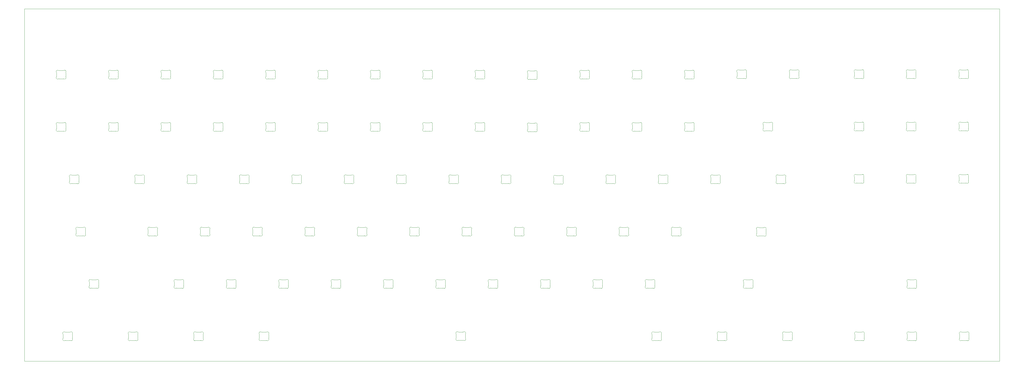
<source format=gbr>
%TF.GenerationSoftware,KiCad,Pcbnew,9.0.3-9.0.3-0~ubuntu24.04.1*%
%TF.CreationDate,2025-07-19T21:47:56-07:00*%
%TF.ProjectId,Keyboard,4b657962-6f61-4726-942e-6b696361645f,rev?*%
%TF.SameCoordinates,Original*%
%TF.FileFunction,Profile,NP*%
%FSLAX46Y46*%
G04 Gerber Fmt 4.6, Leading zero omitted, Abs format (unit mm)*
G04 Created by KiCad (PCBNEW 9.0.3-9.0.3-0~ubuntu24.04.1) date 2025-07-19 21:47:56*
%MOMM*%
%LPD*%
G01*
G04 APERTURE LIST*
%TA.AperFunction,Profile*%
%ADD10C,0.050000*%
%TD*%
%TA.AperFunction,Profile*%
%ADD11C,0.100000*%
%TD*%
G04 APERTURE END LIST*
D10*
X-23812500Y-17037500D02*
X330993750Y-17037500D01*
X330993750Y-145256250D01*
X-23812500Y-145256250D01*
X-23812500Y-17037500D01*
D11*
%TO.C,D148*%
X187847501Y-79760342D02*
X187847501Y-78354658D01*
X188753048Y-77557500D02*
X190341952Y-77557500D01*
X190341952Y-80557499D02*
X188753047Y-80557499D01*
X191247499Y-78354658D02*
X191247499Y-79760342D01*
X187798016Y-78137780D02*
G75*
G02*
X187847501Y-78354658I-450505J-216876D01*
G01*
X187798016Y-78137781D02*
G75*
G02*
X188500789Y-77489201I450514J216880D01*
G01*
X187847501Y-79760343D02*
G75*
G02*
X187798016Y-79977220I-499990J-1D01*
G01*
X188500789Y-80625798D02*
G75*
G02*
X187798017Y-79977220I-252258J431700D01*
G01*
X188500789Y-80625798D02*
G75*
G02*
X188753047Y-80557499I252261J-431710D01*
G01*
X188753048Y-77557500D02*
G75*
G02*
X188500789Y-77489201I2J500009D01*
G01*
X190341953Y-80557500D02*
G75*
G02*
X190594211Y-80625799I-3J-500010D01*
G01*
X190594210Y-77489201D02*
G75*
G02*
X190341952Y-77557499I-252260J431711D01*
G01*
X190594211Y-77489203D02*
G75*
G02*
X191296981Y-78137779I252259J-431697D01*
G01*
X191247499Y-78354657D02*
G75*
G02*
X191296985Y-78137781I499991J-3D01*
G01*
X191296984Y-79977220D02*
G75*
G02*
X190594210Y-80625800I-450514J-216880D01*
G01*
X191296984Y-79977220D02*
G75*
G02*
X191247481Y-79760342I450516J216920D01*
G01*
%TO.C,D144*%
X173560001Y-98810342D02*
X173560001Y-97404658D01*
X174465548Y-96607500D02*
X176054452Y-96607500D01*
X176054452Y-99607499D02*
X174465547Y-99607499D01*
X176959999Y-97404658D02*
X176959999Y-98810342D01*
X173510516Y-97187780D02*
G75*
G02*
X173560001Y-97404658I-450505J-216876D01*
G01*
X173510516Y-97187781D02*
G75*
G02*
X174213289Y-96539201I450514J216880D01*
G01*
X173560001Y-98810343D02*
G75*
G02*
X173510516Y-99027220I-499990J-1D01*
G01*
X174213289Y-99675798D02*
G75*
G02*
X173510517Y-99027220I-252258J431700D01*
G01*
X174213289Y-99675798D02*
G75*
G02*
X174465547Y-99607499I252261J-431710D01*
G01*
X174465548Y-96607500D02*
G75*
G02*
X174213289Y-96539201I2J500009D01*
G01*
X176054453Y-99607500D02*
G75*
G02*
X176306711Y-99675799I-3J-500010D01*
G01*
X176306710Y-96539201D02*
G75*
G02*
X176054452Y-96607499I-252260J431711D01*
G01*
X176306711Y-96539203D02*
G75*
G02*
X177009481Y-97187779I252259J-431697D01*
G01*
X176959999Y-97404657D02*
G75*
G02*
X177009485Y-97187781I499991J-3D01*
G01*
X177009484Y-99027220D02*
G75*
G02*
X176306710Y-99675800I-450514J-216880D01*
G01*
X177009484Y-99027220D02*
G75*
G02*
X176959981Y-98810342I450516J216920D01*
G01*
%TO.C,D141*%
X159272501Y-41819092D02*
X159272501Y-40413408D01*
X160178048Y-39616250D02*
X161766952Y-39616250D01*
X161766952Y-42616249D02*
X160178047Y-42616249D01*
X162672499Y-40413408D02*
X162672499Y-41819092D01*
X159223016Y-40196530D02*
G75*
G02*
X159272501Y-40413408I-450505J-216876D01*
G01*
X159223016Y-40196531D02*
G75*
G02*
X159925789Y-39547951I450514J216880D01*
G01*
X159272501Y-41819093D02*
G75*
G02*
X159223016Y-42035970I-499990J-1D01*
G01*
X159925789Y-42684548D02*
G75*
G02*
X159223017Y-42035970I-252258J431700D01*
G01*
X159925789Y-42684548D02*
G75*
G02*
X160178047Y-42616249I252261J-431710D01*
G01*
X160178048Y-39616250D02*
G75*
G02*
X159925789Y-39547951I2J500009D01*
G01*
X161766953Y-42616250D02*
G75*
G02*
X162019211Y-42684549I-3J-500010D01*
G01*
X162019210Y-39547951D02*
G75*
G02*
X161766952Y-39616249I-252260J431711D01*
G01*
X162019211Y-39547953D02*
G75*
G02*
X162721981Y-40196529I252259J-431697D01*
G01*
X162672499Y-40413407D02*
G75*
G02*
X162721985Y-40196531I499991J-3D01*
G01*
X162721984Y-42035970D02*
G75*
G02*
X162019210Y-42684550I-450514J-216880D01*
G01*
X162721984Y-42035970D02*
G75*
G02*
X162672481Y-41819092I450516J216920D01*
G01*
%TO.C,D157*%
X216422501Y-41660342D02*
X216422501Y-40254658D01*
X217328048Y-39457500D02*
X218916952Y-39457500D01*
X218916952Y-42457499D02*
X217328047Y-42457499D01*
X219822499Y-40254658D02*
X219822499Y-41660342D01*
X216373016Y-40037780D02*
G75*
G02*
X216422501Y-40254658I-450505J-216876D01*
G01*
X216373016Y-40037781D02*
G75*
G02*
X217075789Y-39389201I450514J216880D01*
G01*
X216422501Y-41660343D02*
G75*
G02*
X216373016Y-41877220I-499990J-1D01*
G01*
X217075789Y-42525798D02*
G75*
G02*
X216373017Y-41877220I-252258J431700D01*
G01*
X217075789Y-42525798D02*
G75*
G02*
X217328047Y-42457499I252261J-431710D01*
G01*
X217328048Y-39457500D02*
G75*
G02*
X217075789Y-39389201I2J500009D01*
G01*
X218916953Y-42457500D02*
G75*
G02*
X219169211Y-42525799I-3J-500010D01*
G01*
X219169210Y-39389201D02*
G75*
G02*
X218916952Y-39457499I-252260J431711D01*
G01*
X219169211Y-39389203D02*
G75*
G02*
X219871981Y-40037779I252259J-431697D01*
G01*
X219822499Y-40254657D02*
G75*
G02*
X219871985Y-40037781I499991J-3D01*
G01*
X219871984Y-41877220D02*
G75*
G02*
X219169210Y-42525800I-450514J-216880D01*
G01*
X219871984Y-41877220D02*
G75*
G02*
X219822481Y-41660342I450516J216920D01*
G01*
%TO.C,D153*%
X197372501Y-60710342D02*
X197372501Y-59304658D01*
X198278048Y-58507500D02*
X199866952Y-58507500D01*
X199866952Y-61507499D02*
X198278047Y-61507499D01*
X200772499Y-59304658D02*
X200772499Y-60710342D01*
X197323016Y-59087780D02*
G75*
G02*
X197372501Y-59304658I-450505J-216876D01*
G01*
X197323016Y-59087781D02*
G75*
G02*
X198025789Y-58439201I450514J216880D01*
G01*
X197372501Y-60710343D02*
G75*
G02*
X197323016Y-60927220I-499990J-1D01*
G01*
X198025789Y-61575798D02*
G75*
G02*
X197323017Y-60927220I-252258J431700D01*
G01*
X198025789Y-61575798D02*
G75*
G02*
X198278047Y-61507499I252261J-431710D01*
G01*
X198278048Y-58507500D02*
G75*
G02*
X198025789Y-58439201I2J500009D01*
G01*
X199866953Y-61507500D02*
G75*
G02*
X200119211Y-61575799I-3J-500010D01*
G01*
X200119210Y-58439201D02*
G75*
G02*
X199866952Y-58507499I-252260J431711D01*
G01*
X200119211Y-58439203D02*
G75*
G02*
X200821981Y-59087779I252259J-431697D01*
G01*
X200772499Y-59304657D02*
G75*
G02*
X200821985Y-59087781I499991J-3D01*
G01*
X200821984Y-60927220D02*
G75*
G02*
X200119210Y-61575800I-450514J-216880D01*
G01*
X200821984Y-60927220D02*
G75*
G02*
X200772481Y-60710342I450516J216920D01*
G01*
%TO.C,D117*%
X73547501Y-79760342D02*
X73547501Y-78354658D01*
X74453048Y-77557500D02*
X76041952Y-77557500D01*
X76041952Y-80557499D02*
X74453047Y-80557499D01*
X76947499Y-78354658D02*
X76947499Y-79760342D01*
X73498016Y-78137780D02*
G75*
G02*
X73547501Y-78354658I-450505J-216876D01*
G01*
X73498016Y-78137781D02*
G75*
G02*
X74200789Y-77489201I450514J216880D01*
G01*
X73547501Y-79760343D02*
G75*
G02*
X73498016Y-79977220I-499990J-1D01*
G01*
X74200789Y-80625798D02*
G75*
G02*
X73498017Y-79977220I-252258J431700D01*
G01*
X74200789Y-80625798D02*
G75*
G02*
X74453047Y-80557499I252261J-431710D01*
G01*
X74453048Y-77557500D02*
G75*
G02*
X74200789Y-77489201I2J500009D01*
G01*
X76041953Y-80557500D02*
G75*
G02*
X76294211Y-80625799I-3J-500010D01*
G01*
X76294210Y-77489201D02*
G75*
G02*
X76041952Y-77557499I-252260J431711D01*
G01*
X76294211Y-77489203D02*
G75*
G02*
X76996981Y-78137779I252259J-431697D01*
G01*
X76947499Y-78354657D02*
G75*
G02*
X76996985Y-78137781I499991J-3D01*
G01*
X76996984Y-79977220D02*
G75*
G02*
X76294210Y-80625800I-450514J-216880D01*
G01*
X76996984Y-79977220D02*
G75*
G02*
X76947481Y-79760342I450516J216920D01*
G01*
%TO.C,D125*%
X102122501Y-41660342D02*
X102122501Y-40254658D01*
X103028048Y-39457500D02*
X104616952Y-39457500D01*
X104616952Y-42457499D02*
X103028047Y-42457499D01*
X105522499Y-40254658D02*
X105522499Y-41660342D01*
X102073016Y-40037780D02*
G75*
G02*
X102122501Y-40254658I-450505J-216876D01*
G01*
X102073016Y-40037781D02*
G75*
G02*
X102775789Y-39389201I450514J216880D01*
G01*
X102122501Y-41660343D02*
G75*
G02*
X102073016Y-41877220I-499990J-1D01*
G01*
X102775789Y-42525798D02*
G75*
G02*
X102073017Y-41877220I-252258J431700D01*
G01*
X102775789Y-42525798D02*
G75*
G02*
X103028047Y-42457499I252261J-431710D01*
G01*
X103028048Y-39457500D02*
G75*
G02*
X102775789Y-39389201I2J500009D01*
G01*
X104616953Y-42457500D02*
G75*
G02*
X104869211Y-42525799I-3J-500010D01*
G01*
X104869210Y-39389201D02*
G75*
G02*
X104616952Y-39457499I-252260J431711D01*
G01*
X104869211Y-39389203D02*
G75*
G02*
X105571981Y-40037779I252259J-431697D01*
G01*
X105522499Y-40254657D02*
G75*
G02*
X105571985Y-40037781I499991J-3D01*
G01*
X105571984Y-41877220D02*
G75*
G02*
X104869210Y-42525800I-450514J-216880D01*
G01*
X105571984Y-41877220D02*
G75*
G02*
X105522481Y-41660342I450516J216920D01*
G01*
%TO.C,D96*%
X-9796249Y-136910342D02*
X-9796249Y-135504658D01*
X-8890702Y-134707500D02*
X-7301798Y-134707500D01*
X-7301798Y-137707499D02*
X-8890703Y-137707499D01*
X-6396251Y-135504658D02*
X-6396251Y-136910342D01*
X-9845734Y-135287780D02*
G75*
G02*
X-9796249Y-135504658I-450505J-216876D01*
G01*
X-9845734Y-135287781D02*
G75*
G02*
X-9142961Y-134639201I450514J216880D01*
G01*
X-9796249Y-136910343D02*
G75*
G02*
X-9845734Y-137127220I-499990J-1D01*
G01*
X-9142961Y-137775798D02*
G75*
G02*
X-9845733Y-137127220I-252258J431700D01*
G01*
X-9142961Y-137775798D02*
G75*
G02*
X-8890703Y-137707499I252261J-431710D01*
G01*
X-8890702Y-134707500D02*
G75*
G02*
X-9142961Y-134639201I2J500009D01*
G01*
X-7301797Y-137707500D02*
G75*
G02*
X-7049539Y-137775799I-3J-500010D01*
G01*
X-7049540Y-134639201D02*
G75*
G02*
X-7301798Y-134707499I-252260J431711D01*
G01*
X-7049539Y-134639203D02*
G75*
G02*
X-6346769Y-135287779I252259J-431697D01*
G01*
X-6396251Y-135504657D02*
G75*
G02*
X-6346765Y-135287781I499991J-3D01*
G01*
X-6346766Y-137127220D02*
G75*
G02*
X-7049540Y-137775800I-450514J-216880D01*
G01*
X-6346766Y-137127220D02*
G75*
G02*
X-6396269Y-136910342I450516J216920D01*
G01*
%TO.C,D110*%
X44972501Y-60710342D02*
X44972501Y-59304658D01*
X45878048Y-58507500D02*
X47466952Y-58507500D01*
X47466952Y-61507499D02*
X45878047Y-61507499D01*
X48372499Y-59304658D02*
X48372499Y-60710342D01*
X44923016Y-59087780D02*
G75*
G02*
X44972501Y-59304658I-450505J-216876D01*
G01*
X44923016Y-59087781D02*
G75*
G02*
X45625789Y-58439201I450514J216880D01*
G01*
X44972501Y-60710343D02*
G75*
G02*
X44923016Y-60927220I-499990J-1D01*
G01*
X45625789Y-61575798D02*
G75*
G02*
X44923017Y-60927220I-252258J431700D01*
G01*
X45625789Y-61575798D02*
G75*
G02*
X45878047Y-61507499I252261J-431710D01*
G01*
X45878048Y-58507500D02*
G75*
G02*
X45625789Y-58439201I2J500009D01*
G01*
X47466953Y-61507500D02*
G75*
G02*
X47719211Y-61575799I-3J-500010D01*
G01*
X47719210Y-58439201D02*
G75*
G02*
X47466952Y-58507499I-252260J431711D01*
G01*
X47719211Y-58439203D02*
G75*
G02*
X48421981Y-59087779I252259J-431697D01*
G01*
X48372499Y-59304657D02*
G75*
G02*
X48421985Y-59087781I499991J-3D01*
G01*
X48421984Y-60927220D02*
G75*
G02*
X47719210Y-61575800I-450514J-216880D01*
G01*
X48421984Y-60927220D02*
G75*
G02*
X48372481Y-60710342I450516J216920D01*
G01*
%TO.C,D165*%
X249760001Y-79760342D02*
X249760001Y-78354658D01*
X250665548Y-77557500D02*
X252254452Y-77557500D01*
X252254452Y-80557499D02*
X250665547Y-80557499D01*
X253159999Y-78354658D02*
X253159999Y-79760342D01*
X249710516Y-78137780D02*
G75*
G02*
X249760001Y-78354658I-450505J-216876D01*
G01*
X249710516Y-78137781D02*
G75*
G02*
X250413289Y-77489201I450514J216880D01*
G01*
X249760001Y-79760343D02*
G75*
G02*
X249710516Y-79977220I-499990J-1D01*
G01*
X250413289Y-80625798D02*
G75*
G02*
X249710517Y-79977220I-252258J431700D01*
G01*
X250413289Y-80625798D02*
G75*
G02*
X250665547Y-80557499I252261J-431710D01*
G01*
X250665548Y-77557500D02*
G75*
G02*
X250413289Y-77489201I2J500009D01*
G01*
X252254453Y-80557500D02*
G75*
G02*
X252506711Y-80625799I-3J-500010D01*
G01*
X252506710Y-77489201D02*
G75*
G02*
X252254452Y-77557499I-252260J431711D01*
G01*
X252506711Y-77489203D02*
G75*
G02*
X253209481Y-78137779I252259J-431697D01*
G01*
X253159999Y-78354657D02*
G75*
G02*
X253209485Y-78137781I499991J-3D01*
G01*
X253209484Y-79977220D02*
G75*
G02*
X252506710Y-80625800I-450514J-216880D01*
G01*
X253209484Y-79977220D02*
G75*
G02*
X253159981Y-79760342I450516J216920D01*
G01*
%TO.C,D104*%
X25922501Y-60710342D02*
X25922501Y-59304658D01*
X26828048Y-58507500D02*
X28416952Y-58507500D01*
X28416952Y-61507499D02*
X26828047Y-61507499D01*
X29322499Y-59304658D02*
X29322499Y-60710342D01*
X25873016Y-59087780D02*
G75*
G02*
X25922501Y-59304658I-450505J-216876D01*
G01*
X25873016Y-59087781D02*
G75*
G02*
X26575789Y-58439201I450514J216880D01*
G01*
X25922501Y-60710343D02*
G75*
G02*
X25873016Y-60927220I-499990J-1D01*
G01*
X26575789Y-61575798D02*
G75*
G02*
X25873017Y-60927220I-252258J431700D01*
G01*
X26575789Y-61575798D02*
G75*
G02*
X26828047Y-61507499I252261J-431710D01*
G01*
X26828048Y-58507500D02*
G75*
G02*
X26575789Y-58439201I2J500009D01*
G01*
X28416953Y-61507500D02*
G75*
G02*
X28669211Y-61575799I-3J-500010D01*
G01*
X28669210Y-58439201D02*
G75*
G02*
X28416952Y-58507499I-252260J431711D01*
G01*
X28669211Y-58439203D02*
G75*
G02*
X29371981Y-59087779I252259J-431697D01*
G01*
X29322499Y-59304657D02*
G75*
G02*
X29371985Y-59087781I499991J-3D01*
G01*
X29371984Y-60927220D02*
G75*
G02*
X28669210Y-61575800I-450514J-216880D01*
G01*
X29371984Y-60927220D02*
G75*
G02*
X29322481Y-60710342I450516J216920D01*
G01*
%TO.C,D93*%
X-7414999Y-79760342D02*
X-7414999Y-78354658D01*
X-6509452Y-77557500D02*
X-4920548Y-77557500D01*
X-4920548Y-80557499D02*
X-6509453Y-80557499D01*
X-4015001Y-78354658D02*
X-4015001Y-79760342D01*
X-7464484Y-78137780D02*
G75*
G02*
X-7414999Y-78354658I-450505J-216876D01*
G01*
X-7464484Y-78137781D02*
G75*
G02*
X-6761711Y-77489201I450514J216880D01*
G01*
X-7414999Y-79760343D02*
G75*
G02*
X-7464484Y-79977220I-499990J-1D01*
G01*
X-6761711Y-80625798D02*
G75*
G02*
X-7464483Y-79977220I-252258J431700D01*
G01*
X-6761711Y-80625798D02*
G75*
G02*
X-6509453Y-80557499I252261J-431710D01*
G01*
X-6509452Y-77557500D02*
G75*
G02*
X-6761711Y-77489201I2J500009D01*
G01*
X-4920547Y-80557500D02*
G75*
G02*
X-4668289Y-80625799I-3J-500010D01*
G01*
X-4668290Y-77489201D02*
G75*
G02*
X-4920548Y-77557499I-252260J431711D01*
G01*
X-4668289Y-77489203D02*
G75*
G02*
X-3965519Y-78137779I252259J-431697D01*
G01*
X-4015001Y-78354657D02*
G75*
G02*
X-3965515Y-78137781I499991J-3D01*
G01*
X-3965516Y-79977220D02*
G75*
G02*
X-4668290Y-80625800I-450514J-216880D01*
G01*
X-3965516Y-79977220D02*
G75*
G02*
X-4015019Y-79760342I450516J216920D01*
G01*
%TO.C,D169*%
X278168126Y-79601592D02*
X278168126Y-78195908D01*
X279073673Y-77398750D02*
X280662577Y-77398750D01*
X280662577Y-80398749D02*
X279073672Y-80398749D01*
X281568124Y-78195908D02*
X281568124Y-79601592D01*
X278118641Y-77979030D02*
G75*
G02*
X278168126Y-78195908I-450505J-216876D01*
G01*
X278118641Y-77979031D02*
G75*
G02*
X278821414Y-77330451I450514J216880D01*
G01*
X278168126Y-79601593D02*
G75*
G02*
X278118641Y-79818470I-499990J-1D01*
G01*
X278821414Y-80467048D02*
G75*
G02*
X278118642Y-79818470I-252258J431700D01*
G01*
X278821414Y-80467048D02*
G75*
G02*
X279073672Y-80398749I252261J-431710D01*
G01*
X279073673Y-77398750D02*
G75*
G02*
X278821414Y-77330451I2J500009D01*
G01*
X280662578Y-80398750D02*
G75*
G02*
X280914836Y-80467049I-3J-500010D01*
G01*
X280914835Y-77330451D02*
G75*
G02*
X280662577Y-77398749I-252260J431711D01*
G01*
X280914836Y-77330453D02*
G75*
G02*
X281617606Y-77979029I252259J-431697D01*
G01*
X281568124Y-78195907D02*
G75*
G02*
X281617610Y-77979031I499991J-3D01*
G01*
X281617609Y-79818470D02*
G75*
G02*
X280914835Y-80467050I-450514J-216880D01*
G01*
X281617609Y-79818470D02*
G75*
G02*
X281568106Y-79601592I450516J216920D01*
G01*
%TO.C,D130*%
X133262501Y-136855342D02*
X133262501Y-135449658D01*
X134168048Y-134652500D02*
X135756952Y-134652500D01*
X135756952Y-137652499D02*
X134168047Y-137652499D01*
X136662499Y-135449658D02*
X136662499Y-136855342D01*
X133213016Y-135232780D02*
G75*
G02*
X133262501Y-135449658I-450505J-216876D01*
G01*
X133213016Y-135232781D02*
G75*
G02*
X133915789Y-134584201I450514J216880D01*
G01*
X133262501Y-136855343D02*
G75*
G02*
X133213016Y-137072220I-499990J-1D01*
G01*
X133915789Y-137720798D02*
G75*
G02*
X133213017Y-137072220I-252258J431700D01*
G01*
X133915789Y-137720798D02*
G75*
G02*
X134168047Y-137652499I252261J-431710D01*
G01*
X134168048Y-134652500D02*
G75*
G02*
X133915789Y-134584201I2J500009D01*
G01*
X135756953Y-137652500D02*
G75*
G02*
X136009211Y-137720799I-3J-500010D01*
G01*
X136009210Y-134584201D02*
G75*
G02*
X135756952Y-134652499I-252260J431711D01*
G01*
X136009211Y-134584203D02*
G75*
G02*
X136711981Y-135232779I252259J-431697D01*
G01*
X136662499Y-135449657D02*
G75*
G02*
X136711985Y-135232781I499991J-3D01*
G01*
X136711984Y-137072220D02*
G75*
G02*
X136009210Y-137720800I-450514J-216880D01*
G01*
X136711984Y-137072220D02*
G75*
G02*
X136662481Y-136855342I450516J216920D01*
G01*
%TO.C,D174*%
X297385001Y-117860342D02*
X297385001Y-116454658D01*
X298290548Y-115657500D02*
X299879452Y-115657500D01*
X299879452Y-118657499D02*
X298290547Y-118657499D01*
X300784999Y-116454658D02*
X300784999Y-117860342D01*
X297335516Y-116237780D02*
G75*
G02*
X297385001Y-116454658I-450505J-216876D01*
G01*
X297335516Y-116237781D02*
G75*
G02*
X298038289Y-115589201I450514J216880D01*
G01*
X297385001Y-117860343D02*
G75*
G02*
X297335516Y-118077220I-499990J-1D01*
G01*
X298038289Y-118725798D02*
G75*
G02*
X297335517Y-118077220I-252258J431700D01*
G01*
X298038289Y-118725798D02*
G75*
G02*
X298290547Y-118657499I252261J-431710D01*
G01*
X298290548Y-115657500D02*
G75*
G02*
X298038289Y-115589201I2J500009D01*
G01*
X299879453Y-118657500D02*
G75*
G02*
X300131711Y-118725799I-3J-500010D01*
G01*
X300131710Y-115589201D02*
G75*
G02*
X299879452Y-115657499I-252260J431711D01*
G01*
X300131711Y-115589203D02*
G75*
G02*
X300834481Y-116237779I252259J-431697D01*
G01*
X300784999Y-116454657D02*
G75*
G02*
X300834485Y-116237781I499991J-3D01*
G01*
X300834484Y-118077220D02*
G75*
G02*
X300131710Y-118725800I-450514J-216880D01*
G01*
X300834484Y-118077220D02*
G75*
G02*
X300784981Y-117860342I450516J216920D01*
G01*
%TO.C,D179*%
X316435001Y-136910342D02*
X316435001Y-135504658D01*
X317340548Y-134707500D02*
X318929452Y-134707500D01*
X318929452Y-137707499D02*
X317340547Y-137707499D01*
X319834999Y-135504658D02*
X319834999Y-136910342D01*
X316385516Y-135287780D02*
G75*
G02*
X316435001Y-135504658I-450505J-216876D01*
G01*
X316385516Y-135287781D02*
G75*
G02*
X317088289Y-134639201I450514J216880D01*
G01*
X316435001Y-136910343D02*
G75*
G02*
X316385516Y-137127220I-499990J-1D01*
G01*
X317088289Y-137775798D02*
G75*
G02*
X316385517Y-137127220I-252258J431700D01*
G01*
X317088289Y-137775798D02*
G75*
G02*
X317340547Y-137707499I252261J-431710D01*
G01*
X317340548Y-134707500D02*
G75*
G02*
X317088289Y-134639201I2J500009D01*
G01*
X318929453Y-137707500D02*
G75*
G02*
X319181711Y-137775799I-3J-500010D01*
G01*
X319181710Y-134639201D02*
G75*
G02*
X318929452Y-134707499I-252260J431711D01*
G01*
X319181711Y-134639203D02*
G75*
G02*
X319884481Y-135287779I252259J-431697D01*
G01*
X319834999Y-135504657D02*
G75*
G02*
X319884485Y-135287781I499991J-3D01*
G01*
X319884484Y-137127220D02*
G75*
G02*
X319181710Y-137775800I-450514J-216880D01*
G01*
X319884484Y-137127220D02*
G75*
G02*
X319834981Y-136910342I450516J216920D01*
G01*
%TO.C,D167*%
X278168126Y-41501592D02*
X278168126Y-40095908D01*
X279073673Y-39298750D02*
X280662577Y-39298750D01*
X280662577Y-42298749D02*
X279073672Y-42298749D01*
X281568124Y-40095908D02*
X281568124Y-41501592D01*
X278118641Y-39879030D02*
G75*
G02*
X278168126Y-40095908I-450505J-216876D01*
G01*
X278118641Y-39879031D02*
G75*
G02*
X278821414Y-39230451I450514J216880D01*
G01*
X278168126Y-41501593D02*
G75*
G02*
X278118641Y-41718470I-499990J-1D01*
G01*
X278821414Y-42367048D02*
G75*
G02*
X278118642Y-41718470I-252258J431700D01*
G01*
X278821414Y-42367048D02*
G75*
G02*
X279073672Y-42298749I252261J-431710D01*
G01*
X279073673Y-39298750D02*
G75*
G02*
X278821414Y-39230451I2J500009D01*
G01*
X280662578Y-42298750D02*
G75*
G02*
X280914836Y-42367049I-3J-500010D01*
G01*
X280914835Y-39230451D02*
G75*
G02*
X280662577Y-39298749I-252260J431711D01*
G01*
X280914836Y-39230453D02*
G75*
G02*
X281617606Y-39879029I252259J-431697D01*
G01*
X281568124Y-40095907D02*
G75*
G02*
X281617610Y-39879031I499991J-3D01*
G01*
X281617609Y-41718470D02*
G75*
G02*
X280914835Y-42367050I-450514J-216880D01*
G01*
X281617609Y-41718470D02*
G75*
G02*
X281568106Y-41501592I450516J216920D01*
G01*
%TO.C,D90*%
X-12177499Y-60710342D02*
X-12177499Y-59304658D01*
X-11271952Y-58507500D02*
X-9683048Y-58507500D01*
X-9683048Y-61507499D02*
X-11271953Y-61507499D01*
X-8777501Y-59304658D02*
X-8777501Y-60710342D01*
X-12226984Y-59087780D02*
G75*
G02*
X-12177499Y-59304658I-450505J-216876D01*
G01*
X-12226984Y-59087781D02*
G75*
G02*
X-11524211Y-58439201I450514J216880D01*
G01*
X-12177499Y-60710343D02*
G75*
G02*
X-12226984Y-60927220I-499990J-1D01*
G01*
X-11524211Y-61575798D02*
G75*
G02*
X-12226983Y-60927220I-252258J431700D01*
G01*
X-11524211Y-61575798D02*
G75*
G02*
X-11271953Y-61507499I252261J-431710D01*
G01*
X-11271952Y-58507500D02*
G75*
G02*
X-11524211Y-58439201I2J500009D01*
G01*
X-9683047Y-61507500D02*
G75*
G02*
X-9430789Y-61575799I-3J-500010D01*
G01*
X-9430790Y-58439201D02*
G75*
G02*
X-9683048Y-58507499I-252260J431711D01*
G01*
X-9430789Y-58439203D02*
G75*
G02*
X-8728019Y-59087779I252259J-431697D01*
G01*
X-8777501Y-59304657D02*
G75*
G02*
X-8728015Y-59087781I499991J-3D01*
G01*
X-8728016Y-60927220D02*
G75*
G02*
X-9430790Y-61575800I-450514J-216880D01*
G01*
X-8728016Y-60927220D02*
G75*
G02*
X-8777519Y-60710342I450516J216920D01*
G01*
%TO.C,D120*%
X83072501Y-41660342D02*
X83072501Y-40254658D01*
X83978048Y-39457500D02*
X85566952Y-39457500D01*
X85566952Y-42457499D02*
X83978047Y-42457499D01*
X86472499Y-40254658D02*
X86472499Y-41660342D01*
X83023016Y-40037780D02*
G75*
G02*
X83072501Y-40254658I-450505J-216876D01*
G01*
X83023016Y-40037781D02*
G75*
G02*
X83725789Y-39389201I450514J216880D01*
G01*
X83072501Y-41660343D02*
G75*
G02*
X83023016Y-41877220I-499990J-1D01*
G01*
X83725789Y-42525798D02*
G75*
G02*
X83023017Y-41877220I-252258J431700D01*
G01*
X83725789Y-42525798D02*
G75*
G02*
X83978047Y-42457499I252261J-431710D01*
G01*
X83978048Y-39457500D02*
G75*
G02*
X83725789Y-39389201I2J500009D01*
G01*
X85566953Y-42457500D02*
G75*
G02*
X85819211Y-42525799I-3J-500010D01*
G01*
X85819210Y-39389201D02*
G75*
G02*
X85566952Y-39457499I-252260J431711D01*
G01*
X85819211Y-39389203D02*
G75*
G02*
X86521981Y-40037779I252259J-431697D01*
G01*
X86472499Y-40254657D02*
G75*
G02*
X86521985Y-40037781I499991J-3D01*
G01*
X86521984Y-41877220D02*
G75*
G02*
X85819210Y-42525800I-450514J-216880D01*
G01*
X86521984Y-41877220D02*
G75*
G02*
X86472481Y-41660342I450516J216920D01*
G01*
%TO.C,D121*%
X83072501Y-60710342D02*
X83072501Y-59304658D01*
X83978048Y-58507500D02*
X85566952Y-58507500D01*
X85566952Y-61507499D02*
X83978047Y-61507499D01*
X86472499Y-59304658D02*
X86472499Y-60710342D01*
X83023016Y-59087780D02*
G75*
G02*
X83072501Y-59304658I-450505J-216876D01*
G01*
X83023016Y-59087781D02*
G75*
G02*
X83725789Y-58439201I450514J216880D01*
G01*
X83072501Y-60710343D02*
G75*
G02*
X83023016Y-60927220I-499990J-1D01*
G01*
X83725789Y-61575798D02*
G75*
G02*
X83023017Y-60927220I-252258J431700D01*
G01*
X83725789Y-61575798D02*
G75*
G02*
X83978047Y-61507499I252261J-431710D01*
G01*
X83978048Y-58507500D02*
G75*
G02*
X83725789Y-58439201I2J500009D01*
G01*
X85566953Y-61507500D02*
G75*
G02*
X85819211Y-61575799I-3J-500010D01*
G01*
X85819210Y-58439201D02*
G75*
G02*
X85566952Y-58507499I-252260J431711D01*
G01*
X85819211Y-58439203D02*
G75*
G02*
X86521981Y-59087779I252259J-431697D01*
G01*
X86472499Y-59304657D02*
G75*
G02*
X86521985Y-59087781I499991J-3D01*
G01*
X86521984Y-60927220D02*
G75*
G02*
X85819210Y-61575800I-450514J-216880D01*
G01*
X86521984Y-60927220D02*
G75*
G02*
X86472481Y-60710342I450516J216920D01*
G01*
%TO.C,D101*%
X30685001Y-117860342D02*
X30685001Y-116454658D01*
X31590548Y-115657500D02*
X33179452Y-115657500D01*
X33179452Y-118657499D02*
X31590547Y-118657499D01*
X34084999Y-116454658D02*
X34084999Y-117860342D01*
X30635516Y-116237780D02*
G75*
G02*
X30685001Y-116454658I-450505J-216876D01*
G01*
X30635516Y-116237781D02*
G75*
G02*
X31338289Y-115589201I450514J216880D01*
G01*
X30685001Y-117860343D02*
G75*
G02*
X30635516Y-118077220I-499990J-1D01*
G01*
X31338289Y-118725798D02*
G75*
G02*
X30635517Y-118077220I-252258J431700D01*
G01*
X31338289Y-118725798D02*
G75*
G02*
X31590547Y-118657499I252261J-431710D01*
G01*
X31590548Y-115657500D02*
G75*
G02*
X31338289Y-115589201I2J500009D01*
G01*
X33179453Y-118657500D02*
G75*
G02*
X33431711Y-118725799I-3J-500010D01*
G01*
X33431710Y-115589201D02*
G75*
G02*
X33179452Y-115657499I-252260J431711D01*
G01*
X33431711Y-115589203D02*
G75*
G02*
X34134481Y-116237779I252259J-431697D01*
G01*
X34084999Y-116454657D02*
G75*
G02*
X34134485Y-116237781I499991J-3D01*
G01*
X34134484Y-118077220D02*
G75*
G02*
X33431710Y-118725800I-450514J-216880D01*
G01*
X34134484Y-118077220D02*
G75*
G02*
X34084981Y-117860342I450516J216920D01*
G01*
%TO.C,D119*%
X87835001Y-117860342D02*
X87835001Y-116454658D01*
X88740548Y-115657500D02*
X90329452Y-115657500D01*
X90329452Y-118657499D02*
X88740547Y-118657499D01*
X91234999Y-116454658D02*
X91234999Y-117860342D01*
X87785516Y-116237780D02*
G75*
G02*
X87835001Y-116454658I-450505J-216876D01*
G01*
X87785516Y-116237781D02*
G75*
G02*
X88488289Y-115589201I450514J216880D01*
G01*
X87835001Y-117860343D02*
G75*
G02*
X87785516Y-118077220I-499990J-1D01*
G01*
X88488289Y-118725798D02*
G75*
G02*
X87785517Y-118077220I-252258J431700D01*
G01*
X88488289Y-118725798D02*
G75*
G02*
X88740547Y-118657499I252261J-431710D01*
G01*
X88740548Y-115657500D02*
G75*
G02*
X88488289Y-115589201I2J500009D01*
G01*
X90329453Y-118657500D02*
G75*
G02*
X90581711Y-118725799I-3J-500010D01*
G01*
X90581710Y-115589201D02*
G75*
G02*
X90329452Y-115657499I-252260J431711D01*
G01*
X90581711Y-115589203D02*
G75*
G02*
X91284481Y-116237779I252259J-431697D01*
G01*
X91234999Y-116454657D02*
G75*
G02*
X91284485Y-116237781I499991J-3D01*
G01*
X91284484Y-118077220D02*
G75*
G02*
X90581710Y-118725800I-450514J-216880D01*
G01*
X91284484Y-118077220D02*
G75*
G02*
X91234981Y-117860342I450516J216920D01*
G01*
%TO.C,D170*%
X278335001Y-136910342D02*
X278335001Y-135504658D01*
X279240548Y-134707500D02*
X280829452Y-134707500D01*
X280829452Y-137707499D02*
X279240547Y-137707499D01*
X281734999Y-135504658D02*
X281734999Y-136910342D01*
X278285516Y-135287780D02*
G75*
G02*
X278335001Y-135504658I-450505J-216876D01*
G01*
X278285516Y-135287781D02*
G75*
G02*
X278988289Y-134639201I450514J216880D01*
G01*
X278335001Y-136910343D02*
G75*
G02*
X278285516Y-137127220I-499990J-1D01*
G01*
X278988289Y-137775798D02*
G75*
G02*
X278285517Y-137127220I-252258J431700D01*
G01*
X278988289Y-137775798D02*
G75*
G02*
X279240547Y-137707499I252261J-431710D01*
G01*
X279240548Y-134707500D02*
G75*
G02*
X278988289Y-134639201I2J500009D01*
G01*
X280829453Y-137707500D02*
G75*
G02*
X281081711Y-137775799I-3J-500010D01*
G01*
X281081710Y-134639201D02*
G75*
G02*
X280829452Y-134707499I-252260J431711D01*
G01*
X281081711Y-134639203D02*
G75*
G02*
X281784481Y-135287779I252259J-431697D01*
G01*
X281734999Y-135504657D02*
G75*
G02*
X281784485Y-135287781I499991J-3D01*
G01*
X281784484Y-137127220D02*
G75*
G02*
X281081710Y-137775800I-450514J-216880D01*
G01*
X281784484Y-137127220D02*
G75*
G02*
X281734981Y-136910342I450516J216920D01*
G01*
%TO.C,D151*%
X204516251Y-136910342D02*
X204516251Y-135504658D01*
X205421798Y-134707500D02*
X207010702Y-134707500D01*
X207010702Y-137707499D02*
X205421797Y-137707499D01*
X207916249Y-135504658D02*
X207916249Y-136910342D01*
X204466766Y-135287780D02*
G75*
G02*
X204516251Y-135504658I-450505J-216876D01*
G01*
X204466766Y-135287781D02*
G75*
G02*
X205169539Y-134639201I450514J216880D01*
G01*
X204516251Y-136910343D02*
G75*
G02*
X204466766Y-137127220I-499990J-1D01*
G01*
X205169539Y-137775798D02*
G75*
G02*
X204466767Y-137127220I-252258J431700D01*
G01*
X205169539Y-137775798D02*
G75*
G02*
X205421797Y-137707499I252261J-431710D01*
G01*
X205421798Y-134707500D02*
G75*
G02*
X205169539Y-134639201I2J500009D01*
G01*
X207010703Y-137707500D02*
G75*
G02*
X207262961Y-137775799I-3J-500010D01*
G01*
X207262960Y-134639201D02*
G75*
G02*
X207010702Y-134707499I-252260J431711D01*
G01*
X207262961Y-134639203D02*
G75*
G02*
X207965731Y-135287779I252259J-431697D01*
G01*
X207916249Y-135504657D02*
G75*
G02*
X207965735Y-135287781I499991J-3D01*
G01*
X207965734Y-137127220D02*
G75*
G02*
X207262960Y-137775800I-450514J-216880D01*
G01*
X207965734Y-137127220D02*
G75*
G02*
X207916231Y-136910342I450516J216920D01*
G01*
%TO.C,D94*%
X-5033749Y-98810342D02*
X-5033749Y-97404658D01*
X-4128202Y-96607500D02*
X-2539298Y-96607500D01*
X-2539298Y-99607499D02*
X-4128203Y-99607499D01*
X-1633751Y-97404658D02*
X-1633751Y-98810342D01*
X-5083234Y-97187780D02*
G75*
G02*
X-5033749Y-97404658I-450505J-216876D01*
G01*
X-5083234Y-97187781D02*
G75*
G02*
X-4380461Y-96539201I450514J216880D01*
G01*
X-5033749Y-98810343D02*
G75*
G02*
X-5083234Y-99027220I-499990J-1D01*
G01*
X-4380461Y-99675798D02*
G75*
G02*
X-5083233Y-99027220I-252258J431700D01*
G01*
X-4380461Y-99675798D02*
G75*
G02*
X-4128203Y-99607499I252261J-431710D01*
G01*
X-4128202Y-96607500D02*
G75*
G02*
X-4380461Y-96539201I2J500009D01*
G01*
X-2539297Y-99607500D02*
G75*
G02*
X-2287039Y-99675799I-3J-500010D01*
G01*
X-2287040Y-96539201D02*
G75*
G02*
X-2539298Y-96607499I-252260J431711D01*
G01*
X-2287039Y-96539203D02*
G75*
G02*
X-1584269Y-97187779I252259J-431697D01*
G01*
X-1633751Y-97404657D02*
G75*
G02*
X-1584265Y-97187781I499991J-3D01*
G01*
X-1584266Y-99027220D02*
G75*
G02*
X-2287040Y-99675800I-450514J-216880D01*
G01*
X-1584266Y-99027220D02*
G75*
G02*
X-1633769Y-98810342I450516J216920D01*
G01*
%TO.C,D164*%
X244991251Y-60605342D02*
X244991251Y-59199658D01*
X245896798Y-58402500D02*
X247485702Y-58402500D01*
X247485702Y-61402499D02*
X245896797Y-61402499D01*
X248391249Y-59199658D02*
X248391249Y-60605342D01*
X244941766Y-58982780D02*
G75*
G02*
X244991251Y-59199658I-450505J-216876D01*
G01*
X244941766Y-58982781D02*
G75*
G02*
X245644539Y-58334201I450514J216880D01*
G01*
X244991251Y-60605343D02*
G75*
G02*
X244941766Y-60822220I-499990J-1D01*
G01*
X245644539Y-61470798D02*
G75*
G02*
X244941767Y-60822220I-252258J431700D01*
G01*
X245644539Y-61470798D02*
G75*
G02*
X245896797Y-61402499I252261J-431710D01*
G01*
X245896798Y-58402500D02*
G75*
G02*
X245644539Y-58334201I2J500009D01*
G01*
X247485703Y-61402500D02*
G75*
G02*
X247737961Y-61470799I-3J-500010D01*
G01*
X247737960Y-58334201D02*
G75*
G02*
X247485702Y-58402499I-252260J431711D01*
G01*
X247737961Y-58334203D02*
G75*
G02*
X248440731Y-58982779I252259J-431697D01*
G01*
X248391249Y-59199657D02*
G75*
G02*
X248440735Y-58982781I499991J-3D01*
G01*
X248440734Y-60822220D02*
G75*
G02*
X247737960Y-61470800I-450514J-216880D01*
G01*
X248440734Y-60822220D02*
G75*
G02*
X248391231Y-60605342I450516J216920D01*
G01*
%TO.C,D176*%
X316268126Y-41501592D02*
X316268126Y-40095908D01*
X317173673Y-39298750D02*
X318762577Y-39298750D01*
X318762577Y-42298749D02*
X317173672Y-42298749D01*
X319668124Y-40095908D02*
X319668124Y-41501592D01*
X316218641Y-39879030D02*
G75*
G02*
X316268126Y-40095908I-450505J-216876D01*
G01*
X316218641Y-39879031D02*
G75*
G02*
X316921414Y-39230451I450514J216880D01*
G01*
X316268126Y-41501593D02*
G75*
G02*
X316218641Y-41718470I-499990J-1D01*
G01*
X316921414Y-42367048D02*
G75*
G02*
X316218642Y-41718470I-252258J431700D01*
G01*
X316921414Y-42367048D02*
G75*
G02*
X317173672Y-42298749I252261J-431710D01*
G01*
X317173673Y-39298750D02*
G75*
G02*
X316921414Y-39230451I2J500009D01*
G01*
X318762578Y-42298750D02*
G75*
G02*
X319014836Y-42367049I-3J-500010D01*
G01*
X319014835Y-39230451D02*
G75*
G02*
X318762577Y-39298749I-252260J431711D01*
G01*
X319014836Y-39230453D02*
G75*
G02*
X319717606Y-39879029I252259J-431697D01*
G01*
X319668124Y-40095907D02*
G75*
G02*
X319717610Y-39879031I499991J-3D01*
G01*
X319717609Y-41718470D02*
G75*
G02*
X319014835Y-42367050I-450514J-216880D01*
G01*
X319717609Y-41718470D02*
G75*
G02*
X319668106Y-41501592I450516J216920D01*
G01*
%TO.C,D163*%
X235472501Y-41501592D02*
X235472501Y-40095908D01*
X236378048Y-39298750D02*
X237966952Y-39298750D01*
X237966952Y-42298749D02*
X236378047Y-42298749D01*
X238872499Y-40095908D02*
X238872499Y-41501592D01*
X235423016Y-39879030D02*
G75*
G02*
X235472501Y-40095908I-450505J-216876D01*
G01*
X235423016Y-39879031D02*
G75*
G02*
X236125789Y-39230451I450514J216880D01*
G01*
X235472501Y-41501593D02*
G75*
G02*
X235423016Y-41718470I-499990J-1D01*
G01*
X236125789Y-42367048D02*
G75*
G02*
X235423017Y-41718470I-252258J431700D01*
G01*
X236125789Y-42367048D02*
G75*
G02*
X236378047Y-42298749I252261J-431710D01*
G01*
X236378048Y-39298750D02*
G75*
G02*
X236125789Y-39230451I2J500009D01*
G01*
X237966953Y-42298750D02*
G75*
G02*
X238219211Y-42367049I-3J-500010D01*
G01*
X238219210Y-39230451D02*
G75*
G02*
X237966952Y-39298749I-252260J431711D01*
G01*
X238219211Y-39230453D02*
G75*
G02*
X238921981Y-39879029I252259J-431697D01*
G01*
X238872499Y-40095907D02*
G75*
G02*
X238921985Y-39879031I499991J-3D01*
G01*
X238921984Y-41718470D02*
G75*
G02*
X238219210Y-42367050I-450514J-216880D01*
G01*
X238921984Y-41718470D02*
G75*
G02*
X238872481Y-41501592I450516J216920D01*
G01*
%TO.C,D132*%
X121172501Y-60710342D02*
X121172501Y-59304658D01*
X122078048Y-58507500D02*
X123666952Y-58507500D01*
X123666952Y-61507499D02*
X122078047Y-61507499D01*
X124572499Y-59304658D02*
X124572499Y-60710342D01*
X121123016Y-59087780D02*
G75*
G02*
X121172501Y-59304658I-450505J-216876D01*
G01*
X121123016Y-59087781D02*
G75*
G02*
X121825789Y-58439201I450514J216880D01*
G01*
X121172501Y-60710343D02*
G75*
G02*
X121123016Y-60927220I-499990J-1D01*
G01*
X121825789Y-61575798D02*
G75*
G02*
X121123017Y-60927220I-252258J431700D01*
G01*
X121825789Y-61575798D02*
G75*
G02*
X122078047Y-61507499I252261J-431710D01*
G01*
X122078048Y-58507500D02*
G75*
G02*
X121825789Y-58439201I2J500009D01*
G01*
X123666953Y-61507500D02*
G75*
G02*
X123919211Y-61575799I-3J-500010D01*
G01*
X123919210Y-58439201D02*
G75*
G02*
X123666952Y-58507499I-252260J431711D01*
G01*
X123919211Y-58439203D02*
G75*
G02*
X124621981Y-59087779I252259J-431697D01*
G01*
X124572499Y-59304657D02*
G75*
G02*
X124621985Y-59087781I499991J-3D01*
G01*
X124621984Y-60927220D02*
G75*
G02*
X123919210Y-61575800I-450514J-216880D01*
G01*
X124621984Y-60927220D02*
G75*
G02*
X124572481Y-60710342I450516J216920D01*
G01*
%TO.C,D118*%
X78310001Y-98810342D02*
X78310001Y-97404658D01*
X79215548Y-96607500D02*
X80804452Y-96607500D01*
X80804452Y-99607499D02*
X79215547Y-99607499D01*
X81709999Y-97404658D02*
X81709999Y-98810342D01*
X78260516Y-97187780D02*
G75*
G02*
X78310001Y-97404658I-450505J-216876D01*
G01*
X78260516Y-97187781D02*
G75*
G02*
X78963289Y-96539201I450514J216880D01*
G01*
X78310001Y-98810343D02*
G75*
G02*
X78260516Y-99027220I-499990J-1D01*
G01*
X78963289Y-99675798D02*
G75*
G02*
X78260517Y-99027220I-252258J431700D01*
G01*
X78963289Y-99675798D02*
G75*
G02*
X79215547Y-99607499I252261J-431710D01*
G01*
X79215548Y-96607500D02*
G75*
G02*
X78963289Y-96539201I2J500009D01*
G01*
X80804453Y-99607500D02*
G75*
G02*
X81056711Y-99675799I-3J-500010D01*
G01*
X81056710Y-96539201D02*
G75*
G02*
X80804452Y-96607499I-252260J431711D01*
G01*
X81056711Y-96539203D02*
G75*
G02*
X81759481Y-97187779I252259J-431697D01*
G01*
X81709999Y-97404657D02*
G75*
G02*
X81759485Y-97187781I499991J-3D01*
G01*
X81759484Y-99027220D02*
G75*
G02*
X81056710Y-99675800I-450514J-216880D01*
G01*
X81759484Y-99027220D02*
G75*
G02*
X81709981Y-98810342I450516J216920D01*
G01*
%TO.C,D159*%
X225947501Y-79760342D02*
X225947501Y-78354658D01*
X226853048Y-77557500D02*
X228441952Y-77557500D01*
X228441952Y-80557499D02*
X226853047Y-80557499D01*
X229347499Y-78354658D02*
X229347499Y-79760342D01*
X225898016Y-78137780D02*
G75*
G02*
X225947501Y-78354658I-450505J-216876D01*
G01*
X225898016Y-78137781D02*
G75*
G02*
X226600789Y-77489201I450514J216880D01*
G01*
X225947501Y-79760343D02*
G75*
G02*
X225898016Y-79977220I-499990J-1D01*
G01*
X226600789Y-80625798D02*
G75*
G02*
X225898017Y-79977220I-252258J431700D01*
G01*
X226600789Y-80625798D02*
G75*
G02*
X226853047Y-80557499I252261J-431710D01*
G01*
X226853048Y-77557500D02*
G75*
G02*
X226600789Y-77489201I2J500009D01*
G01*
X228441953Y-80557500D02*
G75*
G02*
X228694211Y-80625799I-3J-500010D01*
G01*
X228694210Y-77489201D02*
G75*
G02*
X228441952Y-77557499I-252260J431711D01*
G01*
X228694211Y-77489203D02*
G75*
G02*
X229396981Y-78137779I252259J-431697D01*
G01*
X229347499Y-78354657D02*
G75*
G02*
X229396985Y-78137781I499991J-3D01*
G01*
X229396984Y-79977220D02*
G75*
G02*
X228694210Y-80625800I-450514J-216880D01*
G01*
X229396984Y-79977220D02*
G75*
G02*
X229347481Y-79760342I450516J216920D01*
G01*
%TO.C,D116*%
X64022501Y-60710342D02*
X64022501Y-59304658D01*
X64928048Y-58507500D02*
X66516952Y-58507500D01*
X66516952Y-61507499D02*
X64928047Y-61507499D01*
X67422499Y-59304658D02*
X67422499Y-60710342D01*
X63973016Y-59087780D02*
G75*
G02*
X64022501Y-59304658I-450505J-216876D01*
G01*
X63973016Y-59087781D02*
G75*
G02*
X64675789Y-58439201I450514J216880D01*
G01*
X64022501Y-60710343D02*
G75*
G02*
X63973016Y-60927220I-499990J-1D01*
G01*
X64675789Y-61575798D02*
G75*
G02*
X63973017Y-60927220I-252258J431700D01*
G01*
X64675789Y-61575798D02*
G75*
G02*
X64928047Y-61507499I252261J-431710D01*
G01*
X64928048Y-58507500D02*
G75*
G02*
X64675789Y-58439201I2J500009D01*
G01*
X66516953Y-61507500D02*
G75*
G02*
X66769211Y-61575799I-3J-500010D01*
G01*
X66769210Y-58439201D02*
G75*
G02*
X66516952Y-58507499I-252260J431711D01*
G01*
X66769211Y-58439203D02*
G75*
G02*
X67471981Y-59087779I252259J-431697D01*
G01*
X67422499Y-59304657D02*
G75*
G02*
X67471985Y-59087781I499991J-3D01*
G01*
X67471984Y-60927220D02*
G75*
G02*
X66769210Y-61575800I-450514J-216880D01*
G01*
X67471984Y-60927220D02*
G75*
G02*
X67422481Y-60710342I450516J216920D01*
G01*
%TO.C,D175*%
X297385001Y-136910342D02*
X297385001Y-135504658D01*
X298290548Y-134707500D02*
X299879452Y-134707500D01*
X299879452Y-137707499D02*
X298290547Y-137707499D01*
X300784999Y-135504658D02*
X300784999Y-136910342D01*
X297335516Y-135287780D02*
G75*
G02*
X297385001Y-135504658I-450505J-216876D01*
G01*
X297335516Y-135287781D02*
G75*
G02*
X298038289Y-134639201I450514J216880D01*
G01*
X297385001Y-136910343D02*
G75*
G02*
X297335516Y-137127220I-499990J-1D01*
G01*
X298038289Y-137775798D02*
G75*
G02*
X297335517Y-137127220I-252258J431700D01*
G01*
X298038289Y-137775798D02*
G75*
G02*
X298290547Y-137707499I252261J-431710D01*
G01*
X298290548Y-134707500D02*
G75*
G02*
X298038289Y-134639201I2J500009D01*
G01*
X299879453Y-137707500D02*
G75*
G02*
X300131711Y-137775799I-3J-500010D01*
G01*
X300131710Y-134639201D02*
G75*
G02*
X299879452Y-134707499I-252260J431711D01*
G01*
X300131711Y-134639203D02*
G75*
G02*
X300834481Y-135287779I252259J-431697D01*
G01*
X300784999Y-135504657D02*
G75*
G02*
X300834485Y-135287781I499991J-3D01*
G01*
X300834484Y-137127220D02*
G75*
G02*
X300131710Y-137775800I-450514J-216880D01*
G01*
X300834484Y-137127220D02*
G75*
G02*
X300784981Y-136910342I450516J216920D01*
G01*
%TO.C,D137*%
X140222501Y-60710342D02*
X140222501Y-59304658D01*
X141128048Y-58507500D02*
X142716952Y-58507500D01*
X142716952Y-61507499D02*
X141128047Y-61507499D01*
X143622499Y-59304658D02*
X143622499Y-60710342D01*
X140173016Y-59087780D02*
G75*
G02*
X140222501Y-59304658I-450505J-216876D01*
G01*
X140173016Y-59087781D02*
G75*
G02*
X140875789Y-58439201I450514J216880D01*
G01*
X140222501Y-60710343D02*
G75*
G02*
X140173016Y-60927220I-499990J-1D01*
G01*
X140875789Y-61575798D02*
G75*
G02*
X140173017Y-60927220I-252258J431700D01*
G01*
X140875789Y-61575798D02*
G75*
G02*
X141128047Y-61507499I252261J-431710D01*
G01*
X141128048Y-58507500D02*
G75*
G02*
X140875789Y-58439201I2J500009D01*
G01*
X142716953Y-61507500D02*
G75*
G02*
X142969211Y-61575799I-3J-500010D01*
G01*
X142969210Y-58439201D02*
G75*
G02*
X142716952Y-58507499I-252260J431711D01*
G01*
X142969211Y-58439203D02*
G75*
G02*
X143671981Y-59087779I252259J-431697D01*
G01*
X143622499Y-59304657D02*
G75*
G02*
X143671985Y-59087781I499991J-3D01*
G01*
X143671984Y-60927220D02*
G75*
G02*
X142969210Y-61575800I-450514J-216880D01*
G01*
X143671984Y-60927220D02*
G75*
G02*
X143622481Y-60710342I450516J216920D01*
G01*
%TO.C,D172*%
X297146876Y-60551592D02*
X297146876Y-59145908D01*
X298052423Y-58348750D02*
X299641327Y-58348750D01*
X299641327Y-61348749D02*
X298052422Y-61348749D01*
X300546874Y-59145908D02*
X300546874Y-60551592D01*
X297097391Y-58929030D02*
G75*
G02*
X297146876Y-59145908I-450505J-216876D01*
G01*
X297097391Y-58929031D02*
G75*
G02*
X297800164Y-58280451I450514J216880D01*
G01*
X297146876Y-60551593D02*
G75*
G02*
X297097391Y-60768470I-499990J-1D01*
G01*
X297800164Y-61417048D02*
G75*
G02*
X297097392Y-60768470I-252258J431700D01*
G01*
X297800164Y-61417048D02*
G75*
G02*
X298052422Y-61348749I252261J-431710D01*
G01*
X298052423Y-58348750D02*
G75*
G02*
X297800164Y-58280451I2J500009D01*
G01*
X299641328Y-61348750D02*
G75*
G02*
X299893586Y-61417049I-3J-500010D01*
G01*
X299893585Y-58280451D02*
G75*
G02*
X299641327Y-58348749I-252260J431711D01*
G01*
X299893586Y-58280453D02*
G75*
G02*
X300596356Y-58929029I252259J-431697D01*
G01*
X300546874Y-59145907D02*
G75*
G02*
X300596360Y-58929031I499991J-3D01*
G01*
X300596359Y-60768470D02*
G75*
G02*
X299893585Y-61417050I-450514J-216880D01*
G01*
X300596359Y-60768470D02*
G75*
G02*
X300546856Y-60551592I450516J216920D01*
G01*
%TO.C,D97*%
X6872501Y-41660370D02*
X6872501Y-40254686D01*
X7778048Y-39457528D02*
X9366952Y-39457528D01*
X9366952Y-42457527D02*
X7778047Y-42457527D01*
X10272499Y-40254686D02*
X10272499Y-41660370D01*
X6823016Y-40037808D02*
G75*
G02*
X6872501Y-40254686I-450505J-216876D01*
G01*
X6823016Y-40037809D02*
G75*
G02*
X7525789Y-39389229I450514J216880D01*
G01*
X6872501Y-41660371D02*
G75*
G02*
X6823016Y-41877248I-499990J-1D01*
G01*
X7525789Y-42525826D02*
G75*
G02*
X6823017Y-41877248I-252258J431700D01*
G01*
X7525789Y-42525826D02*
G75*
G02*
X7778047Y-42457527I252261J-431710D01*
G01*
X7778048Y-39457528D02*
G75*
G02*
X7525789Y-39389229I2J500009D01*
G01*
X9366953Y-42457528D02*
G75*
G02*
X9619211Y-42525827I-3J-500010D01*
G01*
X9619210Y-39389229D02*
G75*
G02*
X9366952Y-39457527I-252260J431711D01*
G01*
X9619211Y-39389231D02*
G75*
G02*
X10321981Y-40037807I252259J-431697D01*
G01*
X10272499Y-40254685D02*
G75*
G02*
X10321985Y-40037809I499991J-3D01*
G01*
X10321984Y-41877248D02*
G75*
G02*
X9619210Y-42525828I-450514J-216880D01*
G01*
X10321984Y-41877248D02*
G75*
G02*
X10272481Y-41660370I450516J216920D01*
G01*
%TO.C,D99*%
X16397501Y-79760342D02*
X16397501Y-78354658D01*
X17303048Y-77557500D02*
X18891952Y-77557500D01*
X18891952Y-80557499D02*
X17303047Y-80557499D01*
X19797499Y-78354658D02*
X19797499Y-79760342D01*
X16348016Y-78137780D02*
G75*
G02*
X16397501Y-78354658I-450505J-216876D01*
G01*
X16348016Y-78137781D02*
G75*
G02*
X17050789Y-77489201I450514J216880D01*
G01*
X16397501Y-79760343D02*
G75*
G02*
X16348016Y-79977220I-499990J-1D01*
G01*
X17050789Y-80625798D02*
G75*
G02*
X16348017Y-79977220I-252258J431700D01*
G01*
X17050789Y-80625798D02*
G75*
G02*
X17303047Y-80557499I252261J-431710D01*
G01*
X17303048Y-77557500D02*
G75*
G02*
X17050789Y-77489201I2J500009D01*
G01*
X18891953Y-80557500D02*
G75*
G02*
X19144211Y-80625799I-3J-500010D01*
G01*
X19144210Y-77489201D02*
G75*
G02*
X18891952Y-77557499I-252260J431711D01*
G01*
X19144211Y-77489203D02*
G75*
G02*
X19846981Y-78137779I252259J-431697D01*
G01*
X19797499Y-78354657D02*
G75*
G02*
X19846985Y-78137781I499991J-3D01*
G01*
X19846984Y-79977220D02*
G75*
G02*
X19144210Y-80625800I-450514J-216880D01*
G01*
X19846984Y-79977220D02*
G75*
G02*
X19797481Y-79760342I450516J216920D01*
G01*
%TO.C,D109*%
X44972501Y-41660342D02*
X44972501Y-40254658D01*
X45878048Y-39457500D02*
X47466952Y-39457500D01*
X47466952Y-42457499D02*
X45878047Y-42457499D01*
X48372499Y-40254658D02*
X48372499Y-41660342D01*
X44923016Y-40037780D02*
G75*
G02*
X44972501Y-40254658I-450505J-216876D01*
G01*
X44923016Y-40037781D02*
G75*
G02*
X45625789Y-39389201I450514J216880D01*
G01*
X44972501Y-41660343D02*
G75*
G02*
X44923016Y-41877220I-499990J-1D01*
G01*
X45625789Y-42525798D02*
G75*
G02*
X44923017Y-41877220I-252258J431700D01*
G01*
X45625789Y-42525798D02*
G75*
G02*
X45878047Y-42457499I252261J-431710D01*
G01*
X45878048Y-39457500D02*
G75*
G02*
X45625789Y-39389201I2J500009D01*
G01*
X47466953Y-42457500D02*
G75*
G02*
X47719211Y-42525799I-3J-500010D01*
G01*
X47719210Y-39389201D02*
G75*
G02*
X47466952Y-39457499I-252260J431711D01*
G01*
X47719211Y-39389203D02*
G75*
G02*
X48421981Y-40037779I252259J-431697D01*
G01*
X48372499Y-40254657D02*
G75*
G02*
X48421985Y-40037781I499991J-3D01*
G01*
X48421984Y-41877220D02*
G75*
G02*
X47719210Y-42525800I-450514J-216880D01*
G01*
X48421984Y-41877220D02*
G75*
G02*
X48372481Y-41660342I450516J216920D01*
G01*
%TO.C,D140*%
X164035001Y-117860342D02*
X164035001Y-116454658D01*
X164940548Y-115657500D02*
X166529452Y-115657500D01*
X166529452Y-118657499D02*
X164940547Y-118657499D01*
X167434999Y-116454658D02*
X167434999Y-117860342D01*
X163985516Y-116237780D02*
G75*
G02*
X164035001Y-116454658I-450505J-216876D01*
G01*
X163985516Y-116237781D02*
G75*
G02*
X164688289Y-115589201I450514J216880D01*
G01*
X164035001Y-117860343D02*
G75*
G02*
X163985516Y-118077220I-499990J-1D01*
G01*
X164688289Y-118725798D02*
G75*
G02*
X163985517Y-118077220I-252258J431700D01*
G01*
X164688289Y-118725798D02*
G75*
G02*
X164940547Y-118657499I252261J-431710D01*
G01*
X164940548Y-115657500D02*
G75*
G02*
X164688289Y-115589201I2J500009D01*
G01*
X166529453Y-118657500D02*
G75*
G02*
X166781711Y-118725799I-3J-500010D01*
G01*
X166781710Y-115589201D02*
G75*
G02*
X166529452Y-115657499I-252260J431711D01*
G01*
X166781711Y-115589203D02*
G75*
G02*
X167484481Y-116237779I252259J-431697D01*
G01*
X167434999Y-116454657D02*
G75*
G02*
X167484485Y-116237781I499991J-3D01*
G01*
X167484484Y-118077220D02*
G75*
G02*
X166781710Y-118725800I-450514J-216880D01*
G01*
X167484484Y-118077220D02*
G75*
G02*
X167434981Y-117860342I450516J216920D01*
G01*
%TO.C,D103*%
X25922501Y-41660342D02*
X25922501Y-40254658D01*
X26828048Y-39457500D02*
X28416952Y-39457500D01*
X28416952Y-42457499D02*
X26828047Y-42457499D01*
X29322499Y-40254658D02*
X29322499Y-41660342D01*
X25873016Y-40037780D02*
G75*
G02*
X25922501Y-40254658I-450505J-216876D01*
G01*
X25873016Y-40037781D02*
G75*
G02*
X26575789Y-39389201I450514J216880D01*
G01*
X25922501Y-41660343D02*
G75*
G02*
X25873016Y-41877220I-499990J-1D01*
G01*
X26575789Y-42525798D02*
G75*
G02*
X25873017Y-41877220I-252258J431700D01*
G01*
X26575789Y-42525798D02*
G75*
G02*
X26828047Y-42457499I252261J-431710D01*
G01*
X26828048Y-39457500D02*
G75*
G02*
X26575789Y-39389201I2J500009D01*
G01*
X28416953Y-42457500D02*
G75*
G02*
X28669211Y-42525799I-3J-500010D01*
G01*
X28669210Y-39389201D02*
G75*
G02*
X28416952Y-39457499I-252260J431711D01*
G01*
X28669211Y-39389203D02*
G75*
G02*
X29371981Y-40037779I252259J-431697D01*
G01*
X29322499Y-40254657D02*
G75*
G02*
X29371985Y-40037781I499991J-3D01*
G01*
X29371984Y-41877220D02*
G75*
G02*
X28669210Y-42525800I-450514J-216880D01*
G01*
X29371984Y-41877220D02*
G75*
G02*
X29322481Y-41660342I450516J216920D01*
G01*
%TO.C,D160*%
X242616251Y-98855342D02*
X242616251Y-97449658D01*
X243521798Y-96652500D02*
X245110702Y-96652500D01*
X245110702Y-99652499D02*
X243521797Y-99652499D01*
X246016249Y-97449658D02*
X246016249Y-98855342D01*
X242566766Y-97232780D02*
G75*
G02*
X242616251Y-97449658I-450505J-216876D01*
G01*
X242566766Y-97232781D02*
G75*
G02*
X243269539Y-96584201I450514J216880D01*
G01*
X242616251Y-98855343D02*
G75*
G02*
X242566766Y-99072220I-499990J-1D01*
G01*
X243269539Y-99720798D02*
G75*
G02*
X242566767Y-99072220I-252258J431700D01*
G01*
X243269539Y-99720798D02*
G75*
G02*
X243521797Y-99652499I252261J-431710D01*
G01*
X243521798Y-96652500D02*
G75*
G02*
X243269539Y-96584201I2J500009D01*
G01*
X245110703Y-99652500D02*
G75*
G02*
X245362961Y-99720799I-3J-500010D01*
G01*
X245362960Y-96584201D02*
G75*
G02*
X245110702Y-96652499I-252260J431711D01*
G01*
X245362961Y-96584203D02*
G75*
G02*
X246065731Y-97232779I252259J-431697D01*
G01*
X246016249Y-97449657D02*
G75*
G02*
X246065735Y-97232781I499991J-3D01*
G01*
X246065734Y-99072220D02*
G75*
G02*
X245362960Y-99720800I-450514J-216880D01*
G01*
X246065734Y-99072220D02*
G75*
G02*
X246016231Y-98855342I450516J216920D01*
G01*
%TO.C,D154*%
X206897501Y-79760342D02*
X206897501Y-78354658D01*
X207803048Y-77557500D02*
X209391952Y-77557500D01*
X209391952Y-80557499D02*
X207803047Y-80557499D01*
X210297499Y-78354658D02*
X210297499Y-79760342D01*
X206848016Y-78137780D02*
G75*
G02*
X206897501Y-78354658I-450505J-216876D01*
G01*
X206848016Y-78137781D02*
G75*
G02*
X207550789Y-77489201I450514J216880D01*
G01*
X206897501Y-79760343D02*
G75*
G02*
X206848016Y-79977220I-499990J-1D01*
G01*
X207550789Y-80625798D02*
G75*
G02*
X206848017Y-79977220I-252258J431700D01*
G01*
X207550789Y-80625798D02*
G75*
G02*
X207803047Y-80557499I252261J-431710D01*
G01*
X207803048Y-77557500D02*
G75*
G02*
X207550789Y-77489201I2J500009D01*
G01*
X209391953Y-80557500D02*
G75*
G02*
X209644211Y-80625799I-3J-500010D01*
G01*
X209644210Y-77489201D02*
G75*
G02*
X209391952Y-77557499I-252260J431711D01*
G01*
X209644211Y-77489203D02*
G75*
G02*
X210346981Y-78137779I252259J-431697D01*
G01*
X210297499Y-78354657D02*
G75*
G02*
X210346985Y-78137781I499991J-3D01*
G01*
X210346984Y-79977220D02*
G75*
G02*
X209644210Y-80625800I-450514J-216880D01*
G01*
X210346984Y-79977220D02*
G75*
G02*
X210297481Y-79760342I450516J216920D01*
G01*
%TO.C,D171*%
X297146876Y-41501592D02*
X297146876Y-40095908D01*
X298052423Y-39298750D02*
X299641327Y-39298750D01*
X299641327Y-42298749D02*
X298052422Y-42298749D01*
X300546874Y-40095908D02*
X300546874Y-41501592D01*
X297097391Y-39879030D02*
G75*
G02*
X297146876Y-40095908I-450505J-216876D01*
G01*
X297097391Y-39879031D02*
G75*
G02*
X297800164Y-39230451I450514J216880D01*
G01*
X297146876Y-41501593D02*
G75*
G02*
X297097391Y-41718470I-499990J-1D01*
G01*
X297800164Y-42367048D02*
G75*
G02*
X297097392Y-41718470I-252258J431700D01*
G01*
X297800164Y-42367048D02*
G75*
G02*
X298052422Y-42298749I252261J-431710D01*
G01*
X298052423Y-39298750D02*
G75*
G02*
X297800164Y-39230451I2J500009D01*
G01*
X299641328Y-42298750D02*
G75*
G02*
X299893586Y-42367049I-3J-500010D01*
G01*
X299893585Y-39230451D02*
G75*
G02*
X299641327Y-39298749I-252260J431711D01*
G01*
X299893586Y-39230453D02*
G75*
G02*
X300596356Y-39879029I252259J-431697D01*
G01*
X300546874Y-40095907D02*
G75*
G02*
X300596360Y-39879031I499991J-3D01*
G01*
X300596359Y-41718470D02*
G75*
G02*
X299893585Y-42367050I-450514J-216880D01*
G01*
X300596359Y-41718470D02*
G75*
G02*
X300546856Y-41501592I450516J216920D01*
G01*
%TO.C,D168*%
X278168126Y-60551592D02*
X278168126Y-59145908D01*
X279073673Y-58348750D02*
X280662577Y-58348750D01*
X280662577Y-61348749D02*
X279073672Y-61348749D01*
X281568124Y-59145908D02*
X281568124Y-60551592D01*
X278118641Y-58929030D02*
G75*
G02*
X278168126Y-59145908I-450505J-216876D01*
G01*
X278118641Y-58929031D02*
G75*
G02*
X278821414Y-58280451I450514J216880D01*
G01*
X278168126Y-60551593D02*
G75*
G02*
X278118641Y-60768470I-499990J-1D01*
G01*
X278821414Y-61417048D02*
G75*
G02*
X278118642Y-60768470I-252258J431700D01*
G01*
X278821414Y-61417048D02*
G75*
G02*
X279073672Y-61348749I252261J-431710D01*
G01*
X279073673Y-58348750D02*
G75*
G02*
X278821414Y-58280451I2J500009D01*
G01*
X280662578Y-61348750D02*
G75*
G02*
X280914836Y-61417049I-3J-500010D01*
G01*
X280914835Y-58280451D02*
G75*
G02*
X280662577Y-58348749I-252260J431711D01*
G01*
X280914836Y-58280453D02*
G75*
G02*
X281617606Y-58929029I252259J-431697D01*
G01*
X281568124Y-59145907D02*
G75*
G02*
X281617610Y-58929031I499991J-3D01*
G01*
X281617609Y-60768470D02*
G75*
G02*
X280914835Y-61417050I-450514J-216880D01*
G01*
X281617609Y-60768470D02*
G75*
G02*
X281568106Y-60551592I450516J216920D01*
G01*
%TO.C,D138*%
X149747501Y-79760342D02*
X149747501Y-78354658D01*
X150653048Y-77557500D02*
X152241952Y-77557500D01*
X152241952Y-80557499D02*
X150653047Y-80557499D01*
X153147499Y-78354658D02*
X153147499Y-79760342D01*
X149698016Y-78137780D02*
G75*
G02*
X149747501Y-78354658I-450505J-216876D01*
G01*
X149698016Y-78137781D02*
G75*
G02*
X150400789Y-77489201I450514J216880D01*
G01*
X149747501Y-79760343D02*
G75*
G02*
X149698016Y-79977220I-499990J-1D01*
G01*
X150400789Y-80625798D02*
G75*
G02*
X149698017Y-79977220I-252258J431700D01*
G01*
X150400789Y-80625798D02*
G75*
G02*
X150653047Y-80557499I252261J-431710D01*
G01*
X150653048Y-77557500D02*
G75*
G02*
X150400789Y-77489201I2J500009D01*
G01*
X152241953Y-80557500D02*
G75*
G02*
X152494211Y-80625799I-3J-500010D01*
G01*
X152494210Y-77489201D02*
G75*
G02*
X152241952Y-77557499I-252260J431711D01*
G01*
X152494211Y-77489203D02*
G75*
G02*
X153196981Y-78137779I252259J-431697D01*
G01*
X153147499Y-78354657D02*
G75*
G02*
X153196985Y-78137781I499991J-3D01*
G01*
X153196984Y-79977220D02*
G75*
G02*
X152494210Y-80625800I-450514J-216880D01*
G01*
X153196984Y-79977220D02*
G75*
G02*
X153147481Y-79760342I450516J216920D01*
G01*
%TO.C,D155*%
X211660001Y-98810342D02*
X211660001Y-97404658D01*
X212565548Y-96607500D02*
X214154452Y-96607500D01*
X214154452Y-99607499D02*
X212565547Y-99607499D01*
X215059999Y-97404658D02*
X215059999Y-98810342D01*
X211610516Y-97187780D02*
G75*
G02*
X211660001Y-97404658I-450505J-216876D01*
G01*
X211610516Y-97187781D02*
G75*
G02*
X212313289Y-96539201I450514J216880D01*
G01*
X211660001Y-98810343D02*
G75*
G02*
X211610516Y-99027220I-499990J-1D01*
G01*
X212313289Y-99675798D02*
G75*
G02*
X211610517Y-99027220I-252258J431700D01*
G01*
X212313289Y-99675798D02*
G75*
G02*
X212565547Y-99607499I252261J-431710D01*
G01*
X212565548Y-96607500D02*
G75*
G02*
X212313289Y-96539201I2J500009D01*
G01*
X214154453Y-99607500D02*
G75*
G02*
X214406711Y-99675799I-3J-500010D01*
G01*
X214406710Y-96539201D02*
G75*
G02*
X214154452Y-96607499I-252260J431711D01*
G01*
X214406711Y-96539203D02*
G75*
G02*
X215109481Y-97187779I252259J-431697D01*
G01*
X215059999Y-97404657D02*
G75*
G02*
X215109485Y-97187781I499991J-3D01*
G01*
X215109484Y-99027220D02*
G75*
G02*
X214406710Y-99675800I-450514J-216880D01*
G01*
X215109484Y-99027220D02*
G75*
G02*
X215059981Y-98810342I450516J216920D01*
G01*
%TO.C,D105*%
X35447501Y-79760342D02*
X35447501Y-78354658D01*
X36353048Y-77557500D02*
X37941952Y-77557500D01*
X37941952Y-80557499D02*
X36353047Y-80557499D01*
X38847499Y-78354658D02*
X38847499Y-79760342D01*
X35398016Y-78137780D02*
G75*
G02*
X35447501Y-78354658I-450505J-216876D01*
G01*
X35398016Y-78137781D02*
G75*
G02*
X36100789Y-77489201I450514J216880D01*
G01*
X35447501Y-79760343D02*
G75*
G02*
X35398016Y-79977220I-499990J-1D01*
G01*
X36100789Y-80625798D02*
G75*
G02*
X35398017Y-79977220I-252258J431700D01*
G01*
X36100789Y-80625798D02*
G75*
G02*
X36353047Y-80557499I252261J-431710D01*
G01*
X36353048Y-77557500D02*
G75*
G02*
X36100789Y-77489201I2J500009D01*
G01*
X37941953Y-80557500D02*
G75*
G02*
X38194211Y-80625799I-3J-500010D01*
G01*
X38194210Y-77489201D02*
G75*
G02*
X37941952Y-77557499I-252260J431711D01*
G01*
X38194211Y-77489203D02*
G75*
G02*
X38896981Y-78137779I252259J-431697D01*
G01*
X38847499Y-78354657D02*
G75*
G02*
X38896985Y-78137781I499991J-3D01*
G01*
X38896984Y-79977220D02*
G75*
G02*
X38194210Y-80625800I-450514J-216880D01*
G01*
X38896984Y-79977220D02*
G75*
G02*
X38847481Y-79760342I450516J216920D01*
G01*
%TO.C,D112*%
X59260001Y-98810342D02*
X59260001Y-97404658D01*
X60165548Y-96607500D02*
X61754452Y-96607500D01*
X61754452Y-99607499D02*
X60165547Y-99607499D01*
X62659999Y-97404658D02*
X62659999Y-98810342D01*
X59210516Y-97187780D02*
G75*
G02*
X59260001Y-97404658I-450505J-216876D01*
G01*
X59210516Y-97187781D02*
G75*
G02*
X59913289Y-96539201I450514J216880D01*
G01*
X59260001Y-98810343D02*
G75*
G02*
X59210516Y-99027220I-499990J-1D01*
G01*
X59913289Y-99675798D02*
G75*
G02*
X59210517Y-99027220I-252258J431700D01*
G01*
X59913289Y-99675798D02*
G75*
G02*
X60165547Y-99607499I252261J-431710D01*
G01*
X60165548Y-96607500D02*
G75*
G02*
X59913289Y-96539201I2J500009D01*
G01*
X61754453Y-99607500D02*
G75*
G02*
X62006711Y-99675799I-3J-500010D01*
G01*
X62006710Y-96539201D02*
G75*
G02*
X61754452Y-96607499I-252260J431711D01*
G01*
X62006711Y-96539203D02*
G75*
G02*
X62709481Y-97187779I252259J-431697D01*
G01*
X62659999Y-97404657D02*
G75*
G02*
X62709485Y-97187781I499991J-3D01*
G01*
X62709484Y-99027220D02*
G75*
G02*
X62006710Y-99675800I-450514J-216880D01*
G01*
X62709484Y-99027220D02*
G75*
G02*
X62659981Y-98810342I450516J216920D01*
G01*
%TO.C,D127*%
X111647501Y-79760342D02*
X111647501Y-78354658D01*
X112553048Y-77557500D02*
X114141952Y-77557500D01*
X114141952Y-80557499D02*
X112553047Y-80557499D01*
X115047499Y-78354658D02*
X115047499Y-79760342D01*
X111598016Y-78137780D02*
G75*
G02*
X111647501Y-78354658I-450505J-216876D01*
G01*
X111598016Y-78137781D02*
G75*
G02*
X112300789Y-77489201I450514J216880D01*
G01*
X111647501Y-79760343D02*
G75*
G02*
X111598016Y-79977220I-499990J-1D01*
G01*
X112300789Y-80625798D02*
G75*
G02*
X111598017Y-79977220I-252258J431700D01*
G01*
X112300789Y-80625798D02*
G75*
G02*
X112553047Y-80557499I252261J-431710D01*
G01*
X112553048Y-77557500D02*
G75*
G02*
X112300789Y-77489201I2J500009D01*
G01*
X114141953Y-80557500D02*
G75*
G02*
X114394211Y-80625799I-3J-500010D01*
G01*
X114394210Y-77489201D02*
G75*
G02*
X114141952Y-77557499I-252260J431711D01*
G01*
X114394211Y-77489203D02*
G75*
G02*
X115096981Y-78137779I252259J-431697D01*
G01*
X115047499Y-78354657D02*
G75*
G02*
X115096985Y-78137781I499991J-3D01*
G01*
X115096984Y-79977220D02*
G75*
G02*
X114394210Y-80625800I-450514J-216880D01*
G01*
X115096984Y-79977220D02*
G75*
G02*
X115047481Y-79760342I450516J216920D01*
G01*
%TO.C,D135*%
X144985001Y-117860342D02*
X144985001Y-116454658D01*
X145890548Y-115657500D02*
X147479452Y-115657500D01*
X147479452Y-118657499D02*
X145890547Y-118657499D01*
X148384999Y-116454658D02*
X148384999Y-117860342D01*
X144935516Y-116237780D02*
G75*
G02*
X144985001Y-116454658I-450505J-216876D01*
G01*
X144935516Y-116237781D02*
G75*
G02*
X145638289Y-115589201I450514J216880D01*
G01*
X144985001Y-117860343D02*
G75*
G02*
X144935516Y-118077220I-499990J-1D01*
G01*
X145638289Y-118725798D02*
G75*
G02*
X144935517Y-118077220I-252258J431700D01*
G01*
X145638289Y-118725798D02*
G75*
G02*
X145890547Y-118657499I252261J-431710D01*
G01*
X145890548Y-115657500D02*
G75*
G02*
X145638289Y-115589201I2J500009D01*
G01*
X147479453Y-118657500D02*
G75*
G02*
X147731711Y-118725799I-3J-500010D01*
G01*
X147731710Y-115589201D02*
G75*
G02*
X147479452Y-115657499I-252260J431711D01*
G01*
X147731711Y-115589203D02*
G75*
G02*
X148434481Y-116237779I252259J-431697D01*
G01*
X148384999Y-116454657D02*
G75*
G02*
X148434485Y-116237781I499991J-3D01*
G01*
X148434484Y-118077220D02*
G75*
G02*
X147731710Y-118725800I-450514J-216880D01*
G01*
X148434484Y-118077220D02*
G75*
G02*
X148384981Y-117860342I450516J216920D01*
G01*
%TO.C,D131*%
X121172501Y-41660342D02*
X121172501Y-40254658D01*
X122078048Y-39457500D02*
X123666952Y-39457500D01*
X123666952Y-42457499D02*
X122078047Y-42457499D01*
X124572499Y-40254658D02*
X124572499Y-41660342D01*
X121123016Y-40037780D02*
G75*
G02*
X121172501Y-40254658I-450505J-216876D01*
G01*
X121123016Y-40037781D02*
G75*
G02*
X121825789Y-39389201I450514J216880D01*
G01*
X121172501Y-41660343D02*
G75*
G02*
X121123016Y-41877220I-499990J-1D01*
G01*
X121825789Y-42525798D02*
G75*
G02*
X121123017Y-41877220I-252258J431700D01*
G01*
X121825789Y-42525798D02*
G75*
G02*
X122078047Y-42457499I252261J-431710D01*
G01*
X122078048Y-39457500D02*
G75*
G02*
X121825789Y-39389201I2J500009D01*
G01*
X123666953Y-42457500D02*
G75*
G02*
X123919211Y-42525799I-3J-500010D01*
G01*
X123919210Y-39389201D02*
G75*
G02*
X123666952Y-39457499I-252260J431711D01*
G01*
X123919211Y-39389203D02*
G75*
G02*
X124621981Y-40037779I252259J-431697D01*
G01*
X124572499Y-40254657D02*
G75*
G02*
X124621985Y-40037781I499991J-3D01*
G01*
X124621984Y-41877220D02*
G75*
G02*
X123919210Y-42525800I-450514J-216880D01*
G01*
X124621984Y-41877220D02*
G75*
G02*
X124572481Y-41660342I450516J216920D01*
G01*
%TO.C,D133*%
X130697501Y-79760342D02*
X130697501Y-78354658D01*
X131603048Y-77557500D02*
X133191952Y-77557500D01*
X133191952Y-80557499D02*
X131603047Y-80557499D01*
X134097499Y-78354658D02*
X134097499Y-79760342D01*
X130648016Y-78137780D02*
G75*
G02*
X130697501Y-78354658I-450505J-216876D01*
G01*
X130648016Y-78137781D02*
G75*
G02*
X131350789Y-77489201I450514J216880D01*
G01*
X130697501Y-79760343D02*
G75*
G02*
X130648016Y-79977220I-499990J-1D01*
G01*
X131350789Y-80625798D02*
G75*
G02*
X130648017Y-79977220I-252258J431700D01*
G01*
X131350789Y-80625798D02*
G75*
G02*
X131603047Y-80557499I252261J-431710D01*
G01*
X131603048Y-77557500D02*
G75*
G02*
X131350789Y-77489201I2J500009D01*
G01*
X133191953Y-80557500D02*
G75*
G02*
X133444211Y-80625799I-3J-500010D01*
G01*
X133444210Y-77489201D02*
G75*
G02*
X133191952Y-77557499I-252260J431711D01*
G01*
X133444211Y-77489203D02*
G75*
G02*
X134146981Y-78137779I252259J-431697D01*
G01*
X134097499Y-78354657D02*
G75*
G02*
X134146985Y-78137781I499991J-3D01*
G01*
X134146984Y-79977220D02*
G75*
G02*
X133444210Y-80625800I-450514J-216880D01*
G01*
X134146984Y-79977220D02*
G75*
G02*
X134097481Y-79760342I450516J216920D01*
G01*
%TO.C,D126*%
X102122501Y-60710342D02*
X102122501Y-59304658D01*
X103028048Y-58507500D02*
X104616952Y-58507500D01*
X104616952Y-61507499D02*
X103028047Y-61507499D01*
X105522499Y-59304658D02*
X105522499Y-60710342D01*
X102073016Y-59087780D02*
G75*
G02*
X102122501Y-59304658I-450505J-216876D01*
G01*
X102073016Y-59087781D02*
G75*
G02*
X102775789Y-58439201I450514J216880D01*
G01*
X102122501Y-60710343D02*
G75*
G02*
X102073016Y-60927220I-499990J-1D01*
G01*
X102775789Y-61575798D02*
G75*
G02*
X102073017Y-60927220I-252258J431700D01*
G01*
X102775789Y-61575798D02*
G75*
G02*
X103028047Y-61507499I252261J-431710D01*
G01*
X103028048Y-58507500D02*
G75*
G02*
X102775789Y-58439201I2J500009D01*
G01*
X104616953Y-61507500D02*
G75*
G02*
X104869211Y-61575799I-3J-500010D01*
G01*
X104869210Y-58439201D02*
G75*
G02*
X104616952Y-58507499I-252260J431711D01*
G01*
X104869211Y-58439203D02*
G75*
G02*
X105571981Y-59087779I252259J-431697D01*
G01*
X105522499Y-59304657D02*
G75*
G02*
X105571985Y-59087781I499991J-3D01*
G01*
X105571984Y-60927220D02*
G75*
G02*
X104869210Y-61575800I-450514J-216880D01*
G01*
X105571984Y-60927220D02*
G75*
G02*
X105522481Y-60710342I450516J216920D01*
G01*
%TO.C,D95*%
X-237499Y-117855342D02*
X-237499Y-116449658D01*
X668048Y-115652500D02*
X2256952Y-115652500D01*
X2256952Y-118652499D02*
X668047Y-118652499D01*
X3162499Y-116449658D02*
X3162499Y-117855342D01*
X-286984Y-116232780D02*
G75*
G02*
X-237499Y-116449658I-450505J-216876D01*
G01*
X-286984Y-116232781D02*
G75*
G02*
X415789Y-115584201I450514J216880D01*
G01*
X-237499Y-117855343D02*
G75*
G02*
X-286984Y-118072220I-499990J-1D01*
G01*
X415789Y-118720798D02*
G75*
G02*
X-286983Y-118072220I-252258J431700D01*
G01*
X415789Y-118720798D02*
G75*
G02*
X668047Y-118652499I252261J-431710D01*
G01*
X668048Y-115652500D02*
G75*
G02*
X415789Y-115584201I2J500009D01*
G01*
X2256953Y-118652500D02*
G75*
G02*
X2509211Y-118720799I-3J-500010D01*
G01*
X2509210Y-115584201D02*
G75*
G02*
X2256952Y-115652499I-252260J431711D01*
G01*
X2509211Y-115584203D02*
G75*
G02*
X3211981Y-116232779I252259J-431697D01*
G01*
X3162499Y-116449657D02*
G75*
G02*
X3211985Y-116232781I499991J-3D01*
G01*
X3211984Y-118072220D02*
G75*
G02*
X2509210Y-118720800I-450514J-216880D01*
G01*
X3211984Y-118072220D02*
G75*
G02*
X3162481Y-117855342I450516J216920D01*
G01*
%TO.C,D156*%
X228328751Y-136910342D02*
X228328751Y-135504658D01*
X229234298Y-134707500D02*
X230823202Y-134707500D01*
X230823202Y-137707499D02*
X229234297Y-137707499D01*
X231728749Y-135504658D02*
X231728749Y-136910342D01*
X228279266Y-135287780D02*
G75*
G02*
X228328751Y-135504658I-450505J-216876D01*
G01*
X228279266Y-135287781D02*
G75*
G02*
X228982039Y-134639201I450514J216880D01*
G01*
X228328751Y-136910343D02*
G75*
G02*
X228279266Y-137127220I-499990J-1D01*
G01*
X228982039Y-137775798D02*
G75*
G02*
X228279267Y-137127220I-252258J431700D01*
G01*
X228982039Y-137775798D02*
G75*
G02*
X229234297Y-137707499I252261J-431710D01*
G01*
X229234298Y-134707500D02*
G75*
G02*
X228982039Y-134639201I2J500009D01*
G01*
X230823203Y-137707500D02*
G75*
G02*
X231075461Y-137775799I-3J-500010D01*
G01*
X231075460Y-134639201D02*
G75*
G02*
X230823202Y-134707499I-252260J431711D01*
G01*
X231075461Y-134639203D02*
G75*
G02*
X231778231Y-135287779I252259J-431697D01*
G01*
X231728749Y-135504657D02*
G75*
G02*
X231778235Y-135287781I499991J-3D01*
G01*
X231778234Y-137127220D02*
G75*
G02*
X231075460Y-137775800I-450514J-216880D01*
G01*
X231778234Y-137127220D02*
G75*
G02*
X231728731Y-136910342I450516J216920D01*
G01*
%TO.C,D177*%
X316268126Y-60551592D02*
X316268126Y-59145908D01*
X317173673Y-58348750D02*
X318762577Y-58348750D01*
X318762577Y-61348749D02*
X317173672Y-61348749D01*
X319668124Y-59145908D02*
X319668124Y-60551592D01*
X316218641Y-58929030D02*
G75*
G02*
X316268126Y-59145908I-450505J-216876D01*
G01*
X316218641Y-58929031D02*
G75*
G02*
X316921414Y-58280451I450514J216880D01*
G01*
X316268126Y-60551593D02*
G75*
G02*
X316218641Y-60768470I-499990J-1D01*
G01*
X316921414Y-61417048D02*
G75*
G02*
X316218642Y-60768470I-252258J431700D01*
G01*
X316921414Y-61417048D02*
G75*
G02*
X317173672Y-61348749I252261J-431710D01*
G01*
X317173673Y-58348750D02*
G75*
G02*
X316921414Y-58280451I2J500009D01*
G01*
X318762578Y-61348750D02*
G75*
G02*
X319014836Y-61417049I-3J-500010D01*
G01*
X319014835Y-58280451D02*
G75*
G02*
X318762577Y-58348749I-252260J431711D01*
G01*
X319014836Y-58280453D02*
G75*
G02*
X319717606Y-58929029I252259J-431697D01*
G01*
X319668124Y-59145907D02*
G75*
G02*
X319717610Y-58929031I499991J-3D01*
G01*
X319717609Y-60768470D02*
G75*
G02*
X319014835Y-61417050I-450514J-216880D01*
G01*
X319717609Y-60768470D02*
G75*
G02*
X319668106Y-60551592I450516J216920D01*
G01*
%TO.C,D92*%
X-12177499Y-41660342D02*
X-12177499Y-40254658D01*
X-11271952Y-39457500D02*
X-9683048Y-39457500D01*
X-9683048Y-42457499D02*
X-11271953Y-42457499D01*
X-8777501Y-40254658D02*
X-8777501Y-41660342D01*
X-12226984Y-40037780D02*
G75*
G02*
X-12177499Y-40254658I-450505J-216876D01*
G01*
X-12226984Y-40037781D02*
G75*
G02*
X-11524211Y-39389201I450514J216880D01*
G01*
X-12177499Y-41660343D02*
G75*
G02*
X-12226984Y-41877220I-499990J-1D01*
G01*
X-11524211Y-42525798D02*
G75*
G02*
X-12226983Y-41877220I-252258J431700D01*
G01*
X-11524211Y-42525798D02*
G75*
G02*
X-11271953Y-42457499I252261J-431710D01*
G01*
X-11271952Y-39457500D02*
G75*
G02*
X-11524211Y-39389201I2J500009D01*
G01*
X-9683047Y-42457500D02*
G75*
G02*
X-9430789Y-42525799I-3J-500010D01*
G01*
X-9430790Y-39389201D02*
G75*
G02*
X-9683048Y-39457499I-252260J431711D01*
G01*
X-9430789Y-39389203D02*
G75*
G02*
X-8728019Y-40037779I252259J-431697D01*
G01*
X-8777501Y-40254657D02*
G75*
G02*
X-8728015Y-40037781I499991J-3D01*
G01*
X-8728016Y-41877220D02*
G75*
G02*
X-9430790Y-42525800I-450514J-216880D01*
G01*
X-8728016Y-41877220D02*
G75*
G02*
X-8777519Y-41660342I450516J216920D01*
G01*
%TO.C,D123*%
X97360001Y-98810342D02*
X97360001Y-97404658D01*
X98265548Y-96607500D02*
X99854452Y-96607500D01*
X99854452Y-99607499D02*
X98265547Y-99607499D01*
X100759999Y-97404658D02*
X100759999Y-98810342D01*
X97310516Y-97187780D02*
G75*
G02*
X97360001Y-97404658I-450505J-216876D01*
G01*
X97310516Y-97187781D02*
G75*
G02*
X98013289Y-96539201I450514J216880D01*
G01*
X97360001Y-98810343D02*
G75*
G02*
X97310516Y-99027220I-499990J-1D01*
G01*
X98013289Y-99675798D02*
G75*
G02*
X97310517Y-99027220I-252258J431700D01*
G01*
X98013289Y-99675798D02*
G75*
G02*
X98265547Y-99607499I252261J-431710D01*
G01*
X98265548Y-96607500D02*
G75*
G02*
X98013289Y-96539201I2J500009D01*
G01*
X99854453Y-99607500D02*
G75*
G02*
X100106711Y-99675799I-3J-500010D01*
G01*
X100106710Y-96539201D02*
G75*
G02*
X99854452Y-96607499I-252260J431711D01*
G01*
X100106711Y-96539203D02*
G75*
G02*
X100809481Y-97187779I252259J-431697D01*
G01*
X100759999Y-97404657D02*
G75*
G02*
X100809485Y-97187781I499991J-3D01*
G01*
X100809484Y-99027220D02*
G75*
G02*
X100106710Y-99675800I-450514J-216880D01*
G01*
X100809484Y-99027220D02*
G75*
G02*
X100759981Y-98810342I450516J216920D01*
G01*
%TO.C,D161*%
X237853751Y-117855342D02*
X237853751Y-116449658D01*
X238759298Y-115652500D02*
X240348202Y-115652500D01*
X240348202Y-118652499D02*
X238759297Y-118652499D01*
X241253749Y-116449658D02*
X241253749Y-117855342D01*
X237804266Y-116232780D02*
G75*
G02*
X237853751Y-116449658I-450505J-216876D01*
G01*
X237804266Y-116232781D02*
G75*
G02*
X238507039Y-115584201I450514J216880D01*
G01*
X237853751Y-117855343D02*
G75*
G02*
X237804266Y-118072220I-499990J-1D01*
G01*
X238507039Y-118720798D02*
G75*
G02*
X237804267Y-118072220I-252258J431700D01*
G01*
X238507039Y-118720798D02*
G75*
G02*
X238759297Y-118652499I252261J-431710D01*
G01*
X238759298Y-115652500D02*
G75*
G02*
X238507039Y-115584201I2J500009D01*
G01*
X240348203Y-118652500D02*
G75*
G02*
X240600461Y-118720799I-3J-500010D01*
G01*
X240600460Y-115584201D02*
G75*
G02*
X240348202Y-115652499I-252260J431711D01*
G01*
X240600461Y-115584203D02*
G75*
G02*
X241303231Y-116232779I252259J-431697D01*
G01*
X241253749Y-116449657D02*
G75*
G02*
X241303235Y-116232781I499991J-3D01*
G01*
X241303234Y-118072220D02*
G75*
G02*
X240600460Y-118720800I-450514J-216880D01*
G01*
X241303234Y-118072220D02*
G75*
G02*
X241253731Y-117855342I450516J216920D01*
G01*
%TO.C,D152*%
X197372501Y-41660342D02*
X197372501Y-40254658D01*
X198278048Y-39457500D02*
X199866952Y-39457500D01*
X199866952Y-42457499D02*
X198278047Y-42457499D01*
X200772499Y-40254658D02*
X200772499Y-41660342D01*
X197323016Y-40037780D02*
G75*
G02*
X197372501Y-40254658I-450505J-216876D01*
G01*
X197323016Y-40037781D02*
G75*
G02*
X198025789Y-39389201I450514J216880D01*
G01*
X197372501Y-41660343D02*
G75*
G02*
X197323016Y-41877220I-499990J-1D01*
G01*
X198025789Y-42525798D02*
G75*
G02*
X197323017Y-41877220I-252258J431700D01*
G01*
X198025789Y-42525798D02*
G75*
G02*
X198278047Y-42457499I252261J-431710D01*
G01*
X198278048Y-39457500D02*
G75*
G02*
X198025789Y-39389201I2J500009D01*
G01*
X199866953Y-42457500D02*
G75*
G02*
X200119211Y-42525799I-3J-500010D01*
G01*
X200119210Y-39389201D02*
G75*
G02*
X199866952Y-39457499I-252260J431711D01*
G01*
X200119211Y-39389203D02*
G75*
G02*
X200821981Y-40037779I252259J-431697D01*
G01*
X200772499Y-40254657D02*
G75*
G02*
X200821985Y-40037781I499991J-3D01*
G01*
X200821984Y-41877220D02*
G75*
G02*
X200119210Y-42525800I-450514J-216880D01*
G01*
X200821984Y-41877220D02*
G75*
G02*
X200772481Y-41660342I450516J216920D01*
G01*
%TO.C,D100*%
X21160001Y-98810342D02*
X21160001Y-97404658D01*
X22065548Y-96607500D02*
X23654452Y-96607500D01*
X23654452Y-99607499D02*
X22065547Y-99607499D01*
X24559999Y-97404658D02*
X24559999Y-98810342D01*
X21110516Y-97187780D02*
G75*
G02*
X21160001Y-97404658I-450505J-216876D01*
G01*
X21110516Y-97187781D02*
G75*
G02*
X21813289Y-96539201I450514J216880D01*
G01*
X21160001Y-98810343D02*
G75*
G02*
X21110516Y-99027220I-499990J-1D01*
G01*
X21813289Y-99675798D02*
G75*
G02*
X21110517Y-99027220I-252258J431700D01*
G01*
X21813289Y-99675798D02*
G75*
G02*
X22065547Y-99607499I252261J-431710D01*
G01*
X22065548Y-96607500D02*
G75*
G02*
X21813289Y-96539201I2J500009D01*
G01*
X23654453Y-99607500D02*
G75*
G02*
X23906711Y-99675799I-3J-500010D01*
G01*
X23906710Y-96539201D02*
G75*
G02*
X23654452Y-96607499I-252260J431711D01*
G01*
X23906711Y-96539203D02*
G75*
G02*
X24609481Y-97187779I252259J-431697D01*
G01*
X24559999Y-97404657D02*
G75*
G02*
X24609485Y-97187781I499991J-3D01*
G01*
X24609484Y-99027220D02*
G75*
G02*
X23906710Y-99675800I-450514J-216880D01*
G01*
X24609484Y-99027220D02*
G75*
G02*
X24559981Y-98810342I450516J216920D01*
G01*
%TO.C,D124*%
X106885001Y-117860342D02*
X106885001Y-116454658D01*
X107790548Y-115657500D02*
X109379452Y-115657500D01*
X109379452Y-118657499D02*
X107790547Y-118657499D01*
X110284999Y-116454658D02*
X110284999Y-117860342D01*
X106835516Y-116237780D02*
G75*
G02*
X106885001Y-116454658I-450505J-216876D01*
G01*
X106835516Y-116237781D02*
G75*
G02*
X107538289Y-115589201I450514J216880D01*
G01*
X106885001Y-117860343D02*
G75*
G02*
X106835516Y-118077220I-499990J-1D01*
G01*
X107538289Y-118725798D02*
G75*
G02*
X106835517Y-118077220I-252258J431700D01*
G01*
X107538289Y-118725798D02*
G75*
G02*
X107790547Y-118657499I252261J-431710D01*
G01*
X107790548Y-115657500D02*
G75*
G02*
X107538289Y-115589201I2J500009D01*
G01*
X109379453Y-118657500D02*
G75*
G02*
X109631711Y-118725799I-3J-500010D01*
G01*
X109631710Y-115589201D02*
G75*
G02*
X109379452Y-115657499I-252260J431711D01*
G01*
X109631711Y-115589203D02*
G75*
G02*
X110334481Y-116237779I252259J-431697D01*
G01*
X110284999Y-116454657D02*
G75*
G02*
X110334485Y-116237781I499991J-3D01*
G01*
X110334484Y-118077220D02*
G75*
G02*
X109631710Y-118725800I-450514J-216880D01*
G01*
X110334484Y-118077220D02*
G75*
G02*
X110284981Y-117860342I450516J216920D01*
G01*
%TO.C,D98*%
X6872501Y-60710342D02*
X6872501Y-59304658D01*
X7778048Y-58507500D02*
X9366952Y-58507500D01*
X9366952Y-61507499D02*
X7778047Y-61507499D01*
X10272499Y-59304658D02*
X10272499Y-60710342D01*
X6823016Y-59087780D02*
G75*
G02*
X6872501Y-59304658I-450505J-216876D01*
G01*
X6823016Y-59087781D02*
G75*
G02*
X7525789Y-58439201I450514J216880D01*
G01*
X6872501Y-60710343D02*
G75*
G02*
X6823016Y-60927220I-499990J-1D01*
G01*
X7525789Y-61575798D02*
G75*
G02*
X6823017Y-60927220I-252258J431700D01*
G01*
X7525789Y-61575798D02*
G75*
G02*
X7778047Y-61507499I252261J-431710D01*
G01*
X7778048Y-58507500D02*
G75*
G02*
X7525789Y-58439201I2J500009D01*
G01*
X9366953Y-61507500D02*
G75*
G02*
X9619211Y-61575799I-3J-500010D01*
G01*
X9619210Y-58439201D02*
G75*
G02*
X9366952Y-58507499I-252260J431711D01*
G01*
X9619211Y-58439203D02*
G75*
G02*
X10321981Y-59087779I252259J-431697D01*
G01*
X10272499Y-59304657D02*
G75*
G02*
X10321985Y-59087781I499991J-3D01*
G01*
X10321984Y-60927220D02*
G75*
G02*
X9619210Y-61575800I-450514J-216880D01*
G01*
X10321984Y-60927220D02*
G75*
G02*
X10272481Y-60710342I450516J216920D01*
G01*
%TO.C,D147*%
X178322501Y-60710342D02*
X178322501Y-59304658D01*
X179228048Y-58507500D02*
X180816952Y-58507500D01*
X180816952Y-61507499D02*
X179228047Y-61507499D01*
X181722499Y-59304658D02*
X181722499Y-60710342D01*
X178273016Y-59087780D02*
G75*
G02*
X178322501Y-59304658I-450505J-216876D01*
G01*
X178273016Y-59087781D02*
G75*
G02*
X178975789Y-58439201I450514J216880D01*
G01*
X178322501Y-60710343D02*
G75*
G02*
X178273016Y-60927220I-499990J-1D01*
G01*
X178975789Y-61575798D02*
G75*
G02*
X178273017Y-60927220I-252258J431700D01*
G01*
X178975789Y-61575798D02*
G75*
G02*
X179228047Y-61507499I252261J-431710D01*
G01*
X179228048Y-58507500D02*
G75*
G02*
X178975789Y-58439201I2J500009D01*
G01*
X180816953Y-61507500D02*
G75*
G02*
X181069211Y-61575799I-3J-500010D01*
G01*
X181069210Y-58439201D02*
G75*
G02*
X180816952Y-58507499I-252260J431711D01*
G01*
X181069211Y-58439203D02*
G75*
G02*
X181771981Y-59087779I252259J-431697D01*
G01*
X181722499Y-59304657D02*
G75*
G02*
X181771985Y-59087781I499991J-3D01*
G01*
X181771984Y-60927220D02*
G75*
G02*
X181069210Y-61575800I-450514J-216880D01*
G01*
X181771984Y-60927220D02*
G75*
G02*
X181722481Y-60710342I450516J216920D01*
G01*
%TO.C,D102*%
X14016251Y-136910342D02*
X14016251Y-135504658D01*
X14921798Y-134707500D02*
X16510702Y-134707500D01*
X16510702Y-137707499D02*
X14921797Y-137707499D01*
X17416249Y-135504658D02*
X17416249Y-136910342D01*
X13966766Y-135287780D02*
G75*
G02*
X14016251Y-135504658I-450505J-216876D01*
G01*
X13966766Y-135287781D02*
G75*
G02*
X14669539Y-134639201I450514J216880D01*
G01*
X14016251Y-136910343D02*
G75*
G02*
X13966766Y-137127220I-499990J-1D01*
G01*
X14669539Y-137775798D02*
G75*
G02*
X13966767Y-137127220I-252258J431700D01*
G01*
X14669539Y-137775798D02*
G75*
G02*
X14921797Y-137707499I252261J-431710D01*
G01*
X14921798Y-134707500D02*
G75*
G02*
X14669539Y-134639201I2J500009D01*
G01*
X16510703Y-137707500D02*
G75*
G02*
X16762961Y-137775799I-3J-500010D01*
G01*
X16762960Y-134639201D02*
G75*
G02*
X16510702Y-134707499I-252260J431711D01*
G01*
X16762961Y-134639203D02*
G75*
G02*
X17465731Y-135287779I252259J-431697D01*
G01*
X17416249Y-135504657D02*
G75*
G02*
X17465735Y-135287781I499991J-3D01*
G01*
X17465734Y-137127220D02*
G75*
G02*
X16762960Y-137775800I-450514J-216880D01*
G01*
X17465734Y-137127220D02*
G75*
G02*
X17416231Y-136910342I450516J216920D01*
G01*
%TO.C,D129*%
X125935001Y-117860342D02*
X125935001Y-116454658D01*
X126840548Y-115657500D02*
X128429452Y-115657500D01*
X128429452Y-118657499D02*
X126840547Y-118657499D01*
X129334999Y-116454658D02*
X129334999Y-117860342D01*
X125885516Y-116237780D02*
G75*
G02*
X125935001Y-116454658I-450505J-216876D01*
G01*
X125885516Y-116237781D02*
G75*
G02*
X126588289Y-115589201I450514J216880D01*
G01*
X125935001Y-117860343D02*
G75*
G02*
X125885516Y-118077220I-499990J-1D01*
G01*
X126588289Y-118725798D02*
G75*
G02*
X125885517Y-118077220I-252258J431700D01*
G01*
X126588289Y-118725798D02*
G75*
G02*
X126840547Y-118657499I252261J-431710D01*
G01*
X126840548Y-115657500D02*
G75*
G02*
X126588289Y-115589201I2J500009D01*
G01*
X128429453Y-118657500D02*
G75*
G02*
X128681711Y-118725799I-3J-500010D01*
G01*
X128681710Y-115589201D02*
G75*
G02*
X128429452Y-115657499I-252260J431711D01*
G01*
X128681711Y-115589203D02*
G75*
G02*
X129384481Y-116237779I252259J-431697D01*
G01*
X129334999Y-116454657D02*
G75*
G02*
X129384485Y-116237781I499991J-3D01*
G01*
X129384484Y-118077220D02*
G75*
G02*
X128681710Y-118725800I-450514J-216880D01*
G01*
X129384484Y-118077220D02*
G75*
G02*
X129334981Y-117860342I450516J216920D01*
G01*
%TO.C,D146*%
X178322501Y-41660342D02*
X178322501Y-40254658D01*
X179228048Y-39457500D02*
X180816952Y-39457500D01*
X180816952Y-42457499D02*
X179228047Y-42457499D01*
X181722499Y-40254658D02*
X181722499Y-41660342D01*
X178273016Y-40037780D02*
G75*
G02*
X178322501Y-40254658I-450505J-216876D01*
G01*
X178273016Y-40037781D02*
G75*
G02*
X178975789Y-39389201I450514J216880D01*
G01*
X178322501Y-41660343D02*
G75*
G02*
X178273016Y-41877220I-499990J-1D01*
G01*
X178975789Y-42525798D02*
G75*
G02*
X178273017Y-41877220I-252258J431700D01*
G01*
X178975789Y-42525798D02*
G75*
G02*
X179228047Y-42457499I252261J-431710D01*
G01*
X179228048Y-39457500D02*
G75*
G02*
X178975789Y-39389201I2J500009D01*
G01*
X180816953Y-42457500D02*
G75*
G02*
X181069211Y-42525799I-3J-500010D01*
G01*
X181069210Y-39389201D02*
G75*
G02*
X180816952Y-39457499I-252260J431711D01*
G01*
X181069211Y-39389203D02*
G75*
G02*
X181771981Y-40037779I252259J-431697D01*
G01*
X181722499Y-40254657D02*
G75*
G02*
X181771985Y-40037781I499991J-3D01*
G01*
X181771984Y-41877220D02*
G75*
G02*
X181069210Y-42525800I-450514J-216880D01*
G01*
X181771984Y-41877220D02*
G75*
G02*
X181722481Y-41660342I450516J216920D01*
G01*
%TO.C,D139*%
X154510001Y-98810342D02*
X154510001Y-97404658D01*
X155415548Y-96607500D02*
X157004452Y-96607500D01*
X157004452Y-99607499D02*
X155415547Y-99607499D01*
X157909999Y-97404658D02*
X157909999Y-98810342D01*
X154460516Y-97187780D02*
G75*
G02*
X154510001Y-97404658I-450505J-216876D01*
G01*
X154460516Y-97187781D02*
G75*
G02*
X155163289Y-96539201I450514J216880D01*
G01*
X154510001Y-98810343D02*
G75*
G02*
X154460516Y-99027220I-499990J-1D01*
G01*
X155163289Y-99675798D02*
G75*
G02*
X154460517Y-99027220I-252258J431700D01*
G01*
X155163289Y-99675798D02*
G75*
G02*
X155415547Y-99607499I252261J-431710D01*
G01*
X155415548Y-96607500D02*
G75*
G02*
X155163289Y-96539201I2J500009D01*
G01*
X157004453Y-99607500D02*
G75*
G02*
X157256711Y-99675799I-3J-500010D01*
G01*
X157256710Y-96539201D02*
G75*
G02*
X157004452Y-96607499I-252260J431711D01*
G01*
X157256711Y-96539203D02*
G75*
G02*
X157959481Y-97187779I252259J-431697D01*
G01*
X157909999Y-97404657D02*
G75*
G02*
X157959485Y-97187781I499991J-3D01*
G01*
X157959484Y-99027220D02*
G75*
G02*
X157256710Y-99675800I-450514J-216880D01*
G01*
X157959484Y-99027220D02*
G75*
G02*
X157909981Y-98810342I450516J216920D01*
G01*
%TO.C,D113*%
X68785001Y-117860342D02*
X68785001Y-116454658D01*
X69690548Y-115657500D02*
X71279452Y-115657500D01*
X71279452Y-118657499D02*
X69690547Y-118657499D01*
X72184999Y-116454658D02*
X72184999Y-117860342D01*
X68735516Y-116237780D02*
G75*
G02*
X68785001Y-116454658I-450505J-216876D01*
G01*
X68735516Y-116237781D02*
G75*
G02*
X69438289Y-115589201I450514J216880D01*
G01*
X68785001Y-117860343D02*
G75*
G02*
X68735516Y-118077220I-499990J-1D01*
G01*
X69438289Y-118725798D02*
G75*
G02*
X68735517Y-118077220I-252258J431700D01*
G01*
X69438289Y-118725798D02*
G75*
G02*
X69690547Y-118657499I252261J-431710D01*
G01*
X69690548Y-115657500D02*
G75*
G02*
X69438289Y-115589201I2J500009D01*
G01*
X71279453Y-118657500D02*
G75*
G02*
X71531711Y-118725799I-3J-500010D01*
G01*
X71531710Y-115589201D02*
G75*
G02*
X71279452Y-115657499I-252260J431711D01*
G01*
X71531711Y-115589203D02*
G75*
G02*
X72234481Y-116237779I252259J-431697D01*
G01*
X72184999Y-116454657D02*
G75*
G02*
X72234485Y-116237781I499991J-3D01*
G01*
X72234484Y-118077220D02*
G75*
G02*
X71531710Y-118725800I-450514J-216880D01*
G01*
X72234484Y-118077220D02*
G75*
G02*
X72184981Y-117860342I450516J216920D01*
G01*
%TO.C,D115*%
X64022501Y-41660342D02*
X64022501Y-40254658D01*
X64928048Y-39457500D02*
X66516952Y-39457500D01*
X66516952Y-42457499D02*
X64928047Y-42457499D01*
X67422499Y-40254658D02*
X67422499Y-41660342D01*
X63973016Y-40037780D02*
G75*
G02*
X64022501Y-40254658I-450505J-216876D01*
G01*
X63973016Y-40037781D02*
G75*
G02*
X64675789Y-39389201I450514J216880D01*
G01*
X64022501Y-41660343D02*
G75*
G02*
X63973016Y-41877220I-499990J-1D01*
G01*
X64675789Y-42525798D02*
G75*
G02*
X63973017Y-41877220I-252258J431700D01*
G01*
X64675789Y-42525798D02*
G75*
G02*
X64928047Y-42457499I252261J-431710D01*
G01*
X64928048Y-39457500D02*
G75*
G02*
X64675789Y-39389201I2J500009D01*
G01*
X66516953Y-42457500D02*
G75*
G02*
X66769211Y-42525799I-3J-500010D01*
G01*
X66769210Y-39389201D02*
G75*
G02*
X66516952Y-39457499I-252260J431711D01*
G01*
X66769211Y-39389203D02*
G75*
G02*
X67471981Y-40037779I252259J-431697D01*
G01*
X67422499Y-40254657D02*
G75*
G02*
X67471985Y-40037781I499991J-3D01*
G01*
X67471984Y-41877220D02*
G75*
G02*
X66769210Y-42525800I-450514J-216880D01*
G01*
X67471984Y-41877220D02*
G75*
G02*
X67422481Y-41660342I450516J216920D01*
G01*
%TO.C,D108*%
X37828751Y-136910342D02*
X37828751Y-135504658D01*
X38734298Y-134707500D02*
X40323202Y-134707500D01*
X40323202Y-137707499D02*
X38734297Y-137707499D01*
X41228749Y-135504658D02*
X41228749Y-136910342D01*
X37779266Y-135287780D02*
G75*
G02*
X37828751Y-135504658I-450505J-216876D01*
G01*
X37779266Y-135287781D02*
G75*
G02*
X38482039Y-134639201I450514J216880D01*
G01*
X37828751Y-136910343D02*
G75*
G02*
X37779266Y-137127220I-499990J-1D01*
G01*
X38482039Y-137775798D02*
G75*
G02*
X37779267Y-137127220I-252258J431700D01*
G01*
X38482039Y-137775798D02*
G75*
G02*
X38734297Y-137707499I252261J-431710D01*
G01*
X38734298Y-134707500D02*
G75*
G02*
X38482039Y-134639201I2J500009D01*
G01*
X40323203Y-137707500D02*
G75*
G02*
X40575461Y-137775799I-3J-500010D01*
G01*
X40575460Y-134639201D02*
G75*
G02*
X40323202Y-134707499I-252260J431711D01*
G01*
X40575461Y-134639203D02*
G75*
G02*
X41278231Y-135287779I252259J-431697D01*
G01*
X41228749Y-135504657D02*
G75*
G02*
X41278235Y-135287781I499991J-3D01*
G01*
X41278234Y-137127220D02*
G75*
G02*
X40575460Y-137775800I-450514J-216880D01*
G01*
X41278234Y-137127220D02*
G75*
G02*
X41228731Y-136910342I450516J216920D01*
G01*
%TO.C,D145*%
X183085001Y-117860342D02*
X183085001Y-116454658D01*
X183990548Y-115657500D02*
X185579452Y-115657500D01*
X185579452Y-118657499D02*
X183990547Y-118657499D01*
X186484999Y-116454658D02*
X186484999Y-117860342D01*
X183035516Y-116237780D02*
G75*
G02*
X183085001Y-116454658I-450505J-216876D01*
G01*
X183035516Y-116237781D02*
G75*
G02*
X183738289Y-115589201I450514J216880D01*
G01*
X183085001Y-117860343D02*
G75*
G02*
X183035516Y-118077220I-499990J-1D01*
G01*
X183738289Y-118725798D02*
G75*
G02*
X183035517Y-118077220I-252258J431700D01*
G01*
X183738289Y-118725798D02*
G75*
G02*
X183990547Y-118657499I252261J-431710D01*
G01*
X183990548Y-115657500D02*
G75*
G02*
X183738289Y-115589201I2J500009D01*
G01*
X185579453Y-118657500D02*
G75*
G02*
X185831711Y-118725799I-3J-500010D01*
G01*
X185831710Y-115589201D02*
G75*
G02*
X185579452Y-115657499I-252260J431711D01*
G01*
X185831711Y-115589203D02*
G75*
G02*
X186534481Y-116237779I252259J-431697D01*
G01*
X186484999Y-116454657D02*
G75*
G02*
X186534485Y-116237781I499991J-3D01*
G01*
X186534484Y-118077220D02*
G75*
G02*
X185831710Y-118725800I-450514J-216880D01*
G01*
X186534484Y-118077220D02*
G75*
G02*
X186484981Y-117860342I450516J216920D01*
G01*
%TO.C,D106*%
X40210001Y-98810342D02*
X40210001Y-97404658D01*
X41115548Y-96607500D02*
X42704452Y-96607500D01*
X42704452Y-99607499D02*
X41115547Y-99607499D01*
X43609999Y-97404658D02*
X43609999Y-98810342D01*
X40160516Y-97187780D02*
G75*
G02*
X40210001Y-97404658I-450505J-216876D01*
G01*
X40160516Y-97187781D02*
G75*
G02*
X40863289Y-96539201I450514J216880D01*
G01*
X40210001Y-98810343D02*
G75*
G02*
X40160516Y-99027220I-499990J-1D01*
G01*
X40863289Y-99675798D02*
G75*
G02*
X40160517Y-99027220I-252258J431700D01*
G01*
X40863289Y-99675798D02*
G75*
G02*
X41115547Y-99607499I252261J-431710D01*
G01*
X41115548Y-96607500D02*
G75*
G02*
X40863289Y-96539201I2J500009D01*
G01*
X42704453Y-99607500D02*
G75*
G02*
X42956711Y-99675799I-3J-500010D01*
G01*
X42956710Y-96539201D02*
G75*
G02*
X42704452Y-96607499I-252260J431711D01*
G01*
X42956711Y-96539203D02*
G75*
G02*
X43659481Y-97187779I252259J-431697D01*
G01*
X43609999Y-97404657D02*
G75*
G02*
X43659485Y-97187781I499991J-3D01*
G01*
X43659484Y-99027220D02*
G75*
G02*
X42956710Y-99675800I-450514J-216880D01*
G01*
X43659484Y-99027220D02*
G75*
G02*
X43609981Y-98810342I450516J216920D01*
G01*
%TO.C,D149*%
X192610001Y-98810342D02*
X192610001Y-97404658D01*
X193515548Y-96607500D02*
X195104452Y-96607500D01*
X195104452Y-99607499D02*
X193515547Y-99607499D01*
X196009999Y-97404658D02*
X196009999Y-98810342D01*
X192560516Y-97187780D02*
G75*
G02*
X192610001Y-97404658I-450505J-216876D01*
G01*
X192560516Y-97187781D02*
G75*
G02*
X193263289Y-96539201I450514J216880D01*
G01*
X192610001Y-98810343D02*
G75*
G02*
X192560516Y-99027220I-499990J-1D01*
G01*
X193263289Y-99675798D02*
G75*
G02*
X192560517Y-99027220I-252258J431700D01*
G01*
X193263289Y-99675798D02*
G75*
G02*
X193515547Y-99607499I252261J-431710D01*
G01*
X193515548Y-96607500D02*
G75*
G02*
X193263289Y-96539201I2J500009D01*
G01*
X195104453Y-99607500D02*
G75*
G02*
X195356711Y-99675799I-3J-500010D01*
G01*
X195356710Y-96539201D02*
G75*
G02*
X195104452Y-96607499I-252260J431711D01*
G01*
X195356711Y-96539203D02*
G75*
G02*
X196059481Y-97187779I252259J-431697D01*
G01*
X196009999Y-97404657D02*
G75*
G02*
X196059485Y-97187781I499991J-3D01*
G01*
X196059484Y-99027220D02*
G75*
G02*
X195356710Y-99675800I-450514J-216880D01*
G01*
X196059484Y-99027220D02*
G75*
G02*
X196009981Y-98810342I450516J216920D01*
G01*
%TO.C,D162*%
X252141251Y-136910342D02*
X252141251Y-135504658D01*
X253046798Y-134707500D02*
X254635702Y-134707500D01*
X254635702Y-137707499D02*
X253046797Y-137707499D01*
X255541249Y-135504658D02*
X255541249Y-136910342D01*
X252091766Y-135287780D02*
G75*
G02*
X252141251Y-135504658I-450505J-216876D01*
G01*
X252091766Y-135287781D02*
G75*
G02*
X252794539Y-134639201I450514J216880D01*
G01*
X252141251Y-136910343D02*
G75*
G02*
X252091766Y-137127220I-499990J-1D01*
G01*
X252794539Y-137775798D02*
G75*
G02*
X252091767Y-137127220I-252258J431700D01*
G01*
X252794539Y-137775798D02*
G75*
G02*
X253046797Y-137707499I252261J-431710D01*
G01*
X253046798Y-134707500D02*
G75*
G02*
X252794539Y-134639201I2J500009D01*
G01*
X254635703Y-137707500D02*
G75*
G02*
X254887961Y-137775799I-3J-500010D01*
G01*
X254887960Y-134639201D02*
G75*
G02*
X254635702Y-134707499I-252260J431711D01*
G01*
X254887961Y-134639203D02*
G75*
G02*
X255590731Y-135287779I252259J-431697D01*
G01*
X255541249Y-135504657D02*
G75*
G02*
X255590735Y-135287781I499991J-3D01*
G01*
X255590734Y-137127220D02*
G75*
G02*
X254887960Y-137775800I-450514J-216880D01*
G01*
X255590734Y-137127220D02*
G75*
G02*
X255541231Y-136910342I450516J216920D01*
G01*
%TO.C,D143*%
X168797501Y-79919092D02*
X168797501Y-78513408D01*
X169703048Y-77716250D02*
X171291952Y-77716250D01*
X171291952Y-80716249D02*
X169703047Y-80716249D01*
X172197499Y-78513408D02*
X172197499Y-79919092D01*
X168748016Y-78296530D02*
G75*
G02*
X168797501Y-78513408I-450505J-216876D01*
G01*
X168748016Y-78296531D02*
G75*
G02*
X169450789Y-77647951I450514J216880D01*
G01*
X168797501Y-79919093D02*
G75*
G02*
X168748016Y-80135970I-499990J-1D01*
G01*
X169450789Y-80784548D02*
G75*
G02*
X168748017Y-80135970I-252258J431700D01*
G01*
X169450789Y-80784548D02*
G75*
G02*
X169703047Y-80716249I252261J-431710D01*
G01*
X169703048Y-77716250D02*
G75*
G02*
X169450789Y-77647951I2J500009D01*
G01*
X171291953Y-80716250D02*
G75*
G02*
X171544211Y-80784549I-3J-500010D01*
G01*
X171544210Y-77647951D02*
G75*
G02*
X171291952Y-77716249I-252260J431711D01*
G01*
X171544211Y-77647953D02*
G75*
G02*
X172246981Y-78296529I252259J-431697D01*
G01*
X172197499Y-78513407D02*
G75*
G02*
X172246985Y-78296531I499991J-3D01*
G01*
X172246984Y-80135970D02*
G75*
G02*
X171544210Y-80784550I-450514J-216880D01*
G01*
X172246984Y-80135970D02*
G75*
G02*
X172197481Y-79919092I450516J216920D01*
G01*
%TO.C,D142*%
X159272501Y-60869092D02*
X159272501Y-59463408D01*
X160178048Y-58666250D02*
X161766952Y-58666250D01*
X161766952Y-61666249D02*
X160178047Y-61666249D01*
X162672499Y-59463408D02*
X162672499Y-60869092D01*
X159223016Y-59246530D02*
G75*
G02*
X159272501Y-59463408I-450505J-216876D01*
G01*
X159223016Y-59246531D02*
G75*
G02*
X159925789Y-58597951I450514J216880D01*
G01*
X159272501Y-60869093D02*
G75*
G02*
X159223016Y-61085970I-499990J-1D01*
G01*
X159925789Y-61734548D02*
G75*
G02*
X159223017Y-61085970I-252258J431700D01*
G01*
X159925789Y-61734548D02*
G75*
G02*
X160178047Y-61666249I252261J-431710D01*
G01*
X160178048Y-58666250D02*
G75*
G02*
X159925789Y-58597951I2J500009D01*
G01*
X161766953Y-61666250D02*
G75*
G02*
X162019211Y-61734549I-3J-500010D01*
G01*
X162019210Y-58597951D02*
G75*
G02*
X161766952Y-58666249I-252260J431711D01*
G01*
X162019211Y-58597953D02*
G75*
G02*
X162721981Y-59246529I252259J-431697D01*
G01*
X162672499Y-59463407D02*
G75*
G02*
X162721985Y-59246531I499991J-3D01*
G01*
X162721984Y-61085970D02*
G75*
G02*
X162019210Y-61734550I-450514J-216880D01*
G01*
X162721984Y-61085970D02*
G75*
G02*
X162672481Y-60869092I450516J216920D01*
G01*
%TO.C,D128*%
X116410001Y-98810342D02*
X116410001Y-97404658D01*
X117315548Y-96607500D02*
X118904452Y-96607500D01*
X118904452Y-99607499D02*
X117315547Y-99607499D01*
X119809999Y-97404658D02*
X119809999Y-98810342D01*
X116360516Y-97187780D02*
G75*
G02*
X116410001Y-97404658I-450505J-216876D01*
G01*
X116360516Y-97187781D02*
G75*
G02*
X117063289Y-96539201I450514J216880D01*
G01*
X116410001Y-98810343D02*
G75*
G02*
X116360516Y-99027220I-499990J-1D01*
G01*
X117063289Y-99675798D02*
G75*
G02*
X116360517Y-99027220I-252258J431700D01*
G01*
X117063289Y-99675798D02*
G75*
G02*
X117315547Y-99607499I252261J-431710D01*
G01*
X117315548Y-96607500D02*
G75*
G02*
X117063289Y-96539201I2J500009D01*
G01*
X118904453Y-99607500D02*
G75*
G02*
X119156711Y-99675799I-3J-500010D01*
G01*
X119156710Y-96539201D02*
G75*
G02*
X118904452Y-96607499I-252260J431711D01*
G01*
X119156711Y-96539203D02*
G75*
G02*
X119859481Y-97187779I252259J-431697D01*
G01*
X119809999Y-97404657D02*
G75*
G02*
X119859485Y-97187781I499991J-3D01*
G01*
X119859484Y-99027220D02*
G75*
G02*
X119156710Y-99675800I-450514J-216880D01*
G01*
X119859484Y-99027220D02*
G75*
G02*
X119809981Y-98810342I450516J216920D01*
G01*
%TO.C,D107*%
X49735001Y-117860342D02*
X49735001Y-116454658D01*
X50640548Y-115657500D02*
X52229452Y-115657500D01*
X52229452Y-118657499D02*
X50640547Y-118657499D01*
X53134999Y-116454658D02*
X53134999Y-117860342D01*
X49685516Y-116237780D02*
G75*
G02*
X49735001Y-116454658I-450505J-216876D01*
G01*
X49685516Y-116237781D02*
G75*
G02*
X50388289Y-115589201I450514J216880D01*
G01*
X49735001Y-117860343D02*
G75*
G02*
X49685516Y-118077220I-499990J-1D01*
G01*
X50388289Y-118725798D02*
G75*
G02*
X49685517Y-118077220I-252258J431700D01*
G01*
X50388289Y-118725798D02*
G75*
G02*
X50640547Y-118657499I252261J-431710D01*
G01*
X50640548Y-115657500D02*
G75*
G02*
X50388289Y-115589201I2J500009D01*
G01*
X52229453Y-118657500D02*
G75*
G02*
X52481711Y-118725799I-3J-500010D01*
G01*
X52481710Y-115589201D02*
G75*
G02*
X52229452Y-115657499I-252260J431711D01*
G01*
X52481711Y-115589203D02*
G75*
G02*
X53184481Y-116237779I252259J-431697D01*
G01*
X53134999Y-116454657D02*
G75*
G02*
X53184485Y-116237781I499991J-3D01*
G01*
X53184484Y-118077220D02*
G75*
G02*
X52481710Y-118725800I-450514J-216880D01*
G01*
X53184484Y-118077220D02*
G75*
G02*
X53134981Y-117860342I450516J216920D01*
G01*
%TO.C,D166*%
X254581817Y-41501592D02*
X254581817Y-40095908D01*
X255487364Y-39298750D02*
X257076268Y-39298750D01*
X257076268Y-42298749D02*
X255487363Y-42298749D01*
X257981815Y-40095908D02*
X257981815Y-41501592D01*
X254532332Y-39879030D02*
G75*
G02*
X254581817Y-40095908I-450505J-216876D01*
G01*
X254532332Y-39879031D02*
G75*
G02*
X255235105Y-39230451I450514J216880D01*
G01*
X254581817Y-41501593D02*
G75*
G02*
X254532332Y-41718470I-499990J-1D01*
G01*
X255235105Y-42367048D02*
G75*
G02*
X254532333Y-41718470I-252258J431700D01*
G01*
X255235105Y-42367048D02*
G75*
G02*
X255487363Y-42298749I252261J-431710D01*
G01*
X255487364Y-39298750D02*
G75*
G02*
X255235105Y-39230451I2J500009D01*
G01*
X257076269Y-42298750D02*
G75*
G02*
X257328527Y-42367049I-3J-500010D01*
G01*
X257328526Y-39230451D02*
G75*
G02*
X257076268Y-39298749I-252260J431711D01*
G01*
X257328527Y-39230453D02*
G75*
G02*
X258031297Y-39879029I252259J-431697D01*
G01*
X257981815Y-40095907D02*
G75*
G02*
X258031301Y-39879031I499991J-3D01*
G01*
X258031300Y-41718470D02*
G75*
G02*
X257328526Y-42367050I-450514J-216880D01*
G01*
X258031300Y-41718470D02*
G75*
G02*
X257981797Y-41501592I450516J216920D01*
G01*
%TO.C,D178*%
X316268126Y-79601592D02*
X316268126Y-78195908D01*
X317173673Y-77398750D02*
X318762577Y-77398750D01*
X318762577Y-80398749D02*
X317173672Y-80398749D01*
X319668124Y-78195908D02*
X319668124Y-79601592D01*
X316218641Y-77979030D02*
G75*
G02*
X316268126Y-78195908I-450505J-216876D01*
G01*
X316218641Y-77979031D02*
G75*
G02*
X316921414Y-77330451I450514J216880D01*
G01*
X316268126Y-79601593D02*
G75*
G02*
X316218641Y-79818470I-499990J-1D01*
G01*
X316921414Y-80467048D02*
G75*
G02*
X316218642Y-79818470I-252258J431700D01*
G01*
X316921414Y-80467048D02*
G75*
G02*
X317173672Y-80398749I252261J-431710D01*
G01*
X317173673Y-77398750D02*
G75*
G02*
X316921414Y-77330451I2J500009D01*
G01*
X318762578Y-80398750D02*
G75*
G02*
X319014836Y-80467049I-3J-500010D01*
G01*
X319014835Y-77330451D02*
G75*
G02*
X318762577Y-77398749I-252260J431711D01*
G01*
X319014836Y-77330453D02*
G75*
G02*
X319717606Y-77979029I252259J-431697D01*
G01*
X319668124Y-78195907D02*
G75*
G02*
X319717610Y-77979031I499991J-3D01*
G01*
X319717609Y-79818470D02*
G75*
G02*
X319014835Y-80467050I-450514J-216880D01*
G01*
X319717609Y-79818470D02*
G75*
G02*
X319668106Y-79601592I450516J216920D01*
G01*
%TO.C,D111*%
X54497501Y-79760342D02*
X54497501Y-78354658D01*
X55403048Y-77557500D02*
X56991952Y-77557500D01*
X56991952Y-80557499D02*
X55403047Y-80557499D01*
X57897499Y-78354658D02*
X57897499Y-79760342D01*
X54448016Y-78137780D02*
G75*
G02*
X54497501Y-78354658I-450505J-216876D01*
G01*
X54448016Y-78137781D02*
G75*
G02*
X55150789Y-77489201I450514J216880D01*
G01*
X54497501Y-79760343D02*
G75*
G02*
X54448016Y-79977220I-499990J-1D01*
G01*
X55150789Y-80625798D02*
G75*
G02*
X54448017Y-79977220I-252258J431700D01*
G01*
X55150789Y-80625798D02*
G75*
G02*
X55403047Y-80557499I252261J-431710D01*
G01*
X55403048Y-77557500D02*
G75*
G02*
X55150789Y-77489201I2J500009D01*
G01*
X56991953Y-80557500D02*
G75*
G02*
X57244211Y-80625799I-3J-500010D01*
G01*
X57244210Y-77489201D02*
G75*
G02*
X56991952Y-77557499I-252260J431711D01*
G01*
X57244211Y-77489203D02*
G75*
G02*
X57946981Y-78137779I252259J-431697D01*
G01*
X57897499Y-78354657D02*
G75*
G02*
X57946985Y-78137781I499991J-3D01*
G01*
X57946984Y-79977220D02*
G75*
G02*
X57244210Y-80625800I-450514J-216880D01*
G01*
X57946984Y-79977220D02*
G75*
G02*
X57897481Y-79760342I450516J216920D01*
G01*
%TO.C,D173*%
X297146876Y-79601592D02*
X297146876Y-78195908D01*
X298052423Y-77398750D02*
X299641327Y-77398750D01*
X299641327Y-80398749D02*
X298052422Y-80398749D01*
X300546874Y-78195908D02*
X300546874Y-79601592D01*
X297097391Y-77979030D02*
G75*
G02*
X297146876Y-78195908I-450505J-216876D01*
G01*
X297097391Y-77979031D02*
G75*
G02*
X297800164Y-77330451I450514J216880D01*
G01*
X297146876Y-79601593D02*
G75*
G02*
X297097391Y-79818470I-499990J-1D01*
G01*
X297800164Y-80467048D02*
G75*
G02*
X297097392Y-79818470I-252258J431700D01*
G01*
X297800164Y-80467048D02*
G75*
G02*
X298052422Y-80398749I252261J-431710D01*
G01*
X298052423Y-77398750D02*
G75*
G02*
X297800164Y-77330451I2J500009D01*
G01*
X299641328Y-80398750D02*
G75*
G02*
X299893586Y-80467049I-3J-500010D01*
G01*
X299893585Y-77330451D02*
G75*
G02*
X299641327Y-77398749I-252260J431711D01*
G01*
X299893586Y-77330453D02*
G75*
G02*
X300596356Y-77979029I252259J-431697D01*
G01*
X300546874Y-78195907D02*
G75*
G02*
X300596360Y-77979031I499991J-3D01*
G01*
X300596359Y-79818470D02*
G75*
G02*
X299893585Y-80467050I-450514J-216880D01*
G01*
X300596359Y-79818470D02*
G75*
G02*
X300546856Y-79601592I450516J216920D01*
G01*
%TO.C,D122*%
X92597501Y-79760342D02*
X92597501Y-78354658D01*
X93503048Y-77557500D02*
X95091952Y-77557500D01*
X95091952Y-80557499D02*
X93503047Y-80557499D01*
X95997499Y-78354658D02*
X95997499Y-79760342D01*
X92548016Y-78137780D02*
G75*
G02*
X92597501Y-78354658I-450505J-216876D01*
G01*
X92548016Y-78137781D02*
G75*
G02*
X93250789Y-77489201I450514J216880D01*
G01*
X92597501Y-79760343D02*
G75*
G02*
X92548016Y-79977220I-499990J-1D01*
G01*
X93250789Y-80625798D02*
G75*
G02*
X92548017Y-79977220I-252258J431700D01*
G01*
X93250789Y-80625798D02*
G75*
G02*
X93503047Y-80557499I252261J-431710D01*
G01*
X93503048Y-77557500D02*
G75*
G02*
X93250789Y-77489201I2J500009D01*
G01*
X95091953Y-80557500D02*
G75*
G02*
X95344211Y-80625799I-3J-500010D01*
G01*
X95344210Y-77489201D02*
G75*
G02*
X95091952Y-77557499I-252260J431711D01*
G01*
X95344211Y-77489203D02*
G75*
G02*
X96046981Y-78137779I252259J-431697D01*
G01*
X95997499Y-78354657D02*
G75*
G02*
X96046985Y-78137781I499991J-3D01*
G01*
X96046984Y-79977220D02*
G75*
G02*
X95344210Y-80625800I-450514J-216880D01*
G01*
X96046984Y-79977220D02*
G75*
G02*
X95997481Y-79760342I450516J216920D01*
G01*
%TO.C,D136*%
X140222501Y-41660342D02*
X140222501Y-40254658D01*
X141128048Y-39457500D02*
X142716952Y-39457500D01*
X142716952Y-42457499D02*
X141128047Y-42457499D01*
X143622499Y-40254658D02*
X143622499Y-41660342D01*
X140173016Y-40037780D02*
G75*
G02*
X140222501Y-40254658I-450505J-216876D01*
G01*
X140173016Y-40037781D02*
G75*
G02*
X140875789Y-39389201I450514J216880D01*
G01*
X140222501Y-41660343D02*
G75*
G02*
X140173016Y-41877220I-499990J-1D01*
G01*
X140875789Y-42525798D02*
G75*
G02*
X140173017Y-41877220I-252258J431700D01*
G01*
X140875789Y-42525798D02*
G75*
G02*
X141128047Y-42457499I252261J-431710D01*
G01*
X141128048Y-39457500D02*
G75*
G02*
X140875789Y-39389201I2J500009D01*
G01*
X142716953Y-42457500D02*
G75*
G02*
X142969211Y-42525799I-3J-500010D01*
G01*
X142969210Y-39389201D02*
G75*
G02*
X142716952Y-39457499I-252260J431711D01*
G01*
X142969211Y-39389203D02*
G75*
G02*
X143671981Y-40037779I252259J-431697D01*
G01*
X143622499Y-40254657D02*
G75*
G02*
X143671985Y-40037781I499991J-3D01*
G01*
X143671984Y-41877220D02*
G75*
G02*
X142969210Y-42525800I-450514J-216880D01*
G01*
X143671984Y-41877220D02*
G75*
G02*
X143622481Y-41660342I450516J216920D01*
G01*
%TO.C,D134*%
X135460001Y-98810342D02*
X135460001Y-97404658D01*
X136365548Y-96607500D02*
X137954452Y-96607500D01*
X137954452Y-99607499D02*
X136365547Y-99607499D01*
X138859999Y-97404658D02*
X138859999Y-98810342D01*
X135410516Y-97187780D02*
G75*
G02*
X135460001Y-97404658I-450505J-216876D01*
G01*
X135410516Y-97187781D02*
G75*
G02*
X136113289Y-96539201I450514J216880D01*
G01*
X135460001Y-98810343D02*
G75*
G02*
X135410516Y-99027220I-499990J-1D01*
G01*
X136113289Y-99675798D02*
G75*
G02*
X135410517Y-99027220I-252258J431700D01*
G01*
X136113289Y-99675798D02*
G75*
G02*
X136365547Y-99607499I252261J-431710D01*
G01*
X136365548Y-96607500D02*
G75*
G02*
X136113289Y-96539201I2J500009D01*
G01*
X137954453Y-99607500D02*
G75*
G02*
X138206711Y-99675799I-3J-500010D01*
G01*
X138206710Y-96539201D02*
G75*
G02*
X137954452Y-96607499I-252260J431711D01*
G01*
X138206711Y-96539203D02*
G75*
G02*
X138909481Y-97187779I252259J-431697D01*
G01*
X138859999Y-97404657D02*
G75*
G02*
X138909485Y-97187781I499991J-3D01*
G01*
X138909484Y-99027220D02*
G75*
G02*
X138206710Y-99675800I-450514J-216880D01*
G01*
X138909484Y-99027220D02*
G75*
G02*
X138859981Y-98810342I450516J216920D01*
G01*
%TO.C,D150*%
X202135001Y-117860342D02*
X202135001Y-116454658D01*
X203040548Y-115657500D02*
X204629452Y-115657500D01*
X204629452Y-118657499D02*
X203040547Y-118657499D01*
X205534999Y-116454658D02*
X205534999Y-117860342D01*
X202085516Y-116237780D02*
G75*
G02*
X202135001Y-116454658I-450505J-216876D01*
G01*
X202085516Y-116237781D02*
G75*
G02*
X202788289Y-115589201I450514J216880D01*
G01*
X202135001Y-117860343D02*
G75*
G02*
X202085516Y-118077220I-499990J-1D01*
G01*
X202788289Y-118725798D02*
G75*
G02*
X202085517Y-118077220I-252258J431700D01*
G01*
X202788289Y-118725798D02*
G75*
G02*
X203040547Y-118657499I252261J-431710D01*
G01*
X203040548Y-115657500D02*
G75*
G02*
X202788289Y-115589201I2J500009D01*
G01*
X204629453Y-118657500D02*
G75*
G02*
X204881711Y-118725799I-3J-500010D01*
G01*
X204881710Y-115589201D02*
G75*
G02*
X204629452Y-115657499I-252260J431711D01*
G01*
X204881711Y-115589203D02*
G75*
G02*
X205584481Y-116237779I252259J-431697D01*
G01*
X205534999Y-116454657D02*
G75*
G02*
X205584485Y-116237781I499991J-3D01*
G01*
X205584484Y-118077220D02*
G75*
G02*
X204881710Y-118725800I-450514J-216880D01*
G01*
X205584484Y-118077220D02*
G75*
G02*
X205534981Y-117860342I450516J216920D01*
G01*
%TO.C,D158*%
X216422501Y-60710342D02*
X216422501Y-59304658D01*
X217328048Y-58507500D02*
X218916952Y-58507500D01*
X218916952Y-61507499D02*
X217328047Y-61507499D01*
X219822499Y-59304658D02*
X219822499Y-60710342D01*
X216373016Y-59087780D02*
G75*
G02*
X216422501Y-59304658I-450505J-216876D01*
G01*
X216373016Y-59087781D02*
G75*
G02*
X217075789Y-58439201I450514J216880D01*
G01*
X216422501Y-60710343D02*
G75*
G02*
X216373016Y-60927220I-499990J-1D01*
G01*
X217075789Y-61575798D02*
G75*
G02*
X216373017Y-60927220I-252258J431700D01*
G01*
X217075789Y-61575798D02*
G75*
G02*
X217328047Y-61507499I252261J-431710D01*
G01*
X217328048Y-58507500D02*
G75*
G02*
X217075789Y-58439201I2J500009D01*
G01*
X218916953Y-61507500D02*
G75*
G02*
X219169211Y-61575799I-3J-500010D01*
G01*
X219169210Y-58439201D02*
G75*
G02*
X218916952Y-58507499I-252260J431711D01*
G01*
X219169211Y-58439203D02*
G75*
G02*
X219871981Y-59087779I252259J-431697D01*
G01*
X219822499Y-59304657D02*
G75*
G02*
X219871985Y-59087781I499991J-3D01*
G01*
X219871984Y-60927220D02*
G75*
G02*
X219169210Y-61575800I-450514J-216880D01*
G01*
X219871984Y-60927220D02*
G75*
G02*
X219822481Y-60710342I450516J216920D01*
G01*
%TO.C,D114*%
X61641251Y-136910342D02*
X61641251Y-135504658D01*
X62546798Y-134707500D02*
X64135702Y-134707500D01*
X64135702Y-137707499D02*
X62546797Y-137707499D01*
X65041249Y-135504658D02*
X65041249Y-136910342D01*
X61591766Y-135287780D02*
G75*
G02*
X61641251Y-135504658I-450505J-216876D01*
G01*
X61591766Y-135287781D02*
G75*
G02*
X62294539Y-134639201I450514J216880D01*
G01*
X61641251Y-136910343D02*
G75*
G02*
X61591766Y-137127220I-499990J-1D01*
G01*
X62294539Y-137775798D02*
G75*
G02*
X61591767Y-137127220I-252258J431700D01*
G01*
X62294539Y-137775798D02*
G75*
G02*
X62546797Y-137707499I252261J-431710D01*
G01*
X62546798Y-134707500D02*
G75*
G02*
X62294539Y-134639201I2J500009D01*
G01*
X64135703Y-137707500D02*
G75*
G02*
X64387961Y-137775799I-3J-500010D01*
G01*
X64387960Y-134639201D02*
G75*
G02*
X64135702Y-134707499I-252260J431711D01*
G01*
X64387961Y-134639203D02*
G75*
G02*
X65090731Y-135287779I252259J-431697D01*
G01*
X65041249Y-135504657D02*
G75*
G02*
X65090735Y-135287781I499991J-3D01*
G01*
X65090734Y-137127220D02*
G75*
G02*
X64387960Y-137775800I-450514J-216880D01*
G01*
X65090734Y-137127220D02*
G75*
G02*
X65041231Y-136910342I450516J216920D01*
G01*
%TD*%
M02*

</source>
